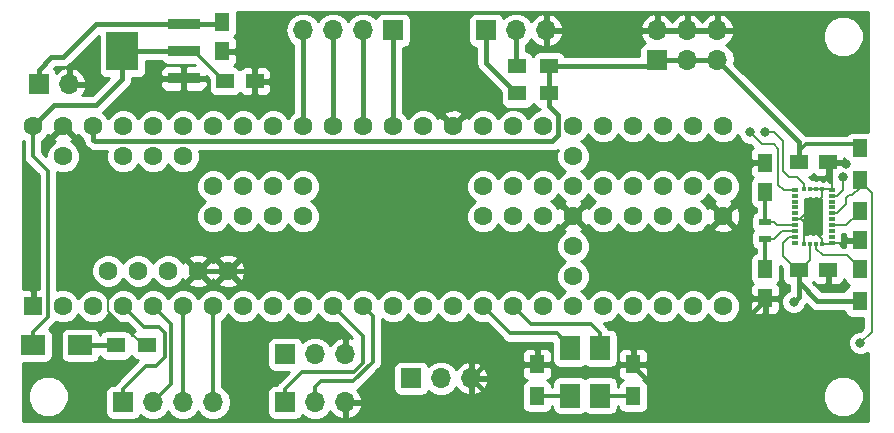
<source format=gbr>
G04 #@! TF.GenerationSoftware,KiCad,Pcbnew,(5.0.2)-1*
G04 #@! TF.CreationDate,2019-02-13T01:18:52+00:00*
G04 #@! TF.ProjectId,TeensyBikeShield,5465656e-7379-4426-996b-65536869656c,rev?*
G04 #@! TF.SameCoordinates,Original*
G04 #@! TF.FileFunction,Copper,L1,Top*
G04 #@! TF.FilePolarity,Positive*
%FSLAX46Y46*%
G04 Gerber Fmt 4.6, Leading zero omitted, Abs format (unit mm)*
G04 Created by KiCad (PCBNEW (5.0.2)-1) date 13/02/2019 01:18:52*
%MOMM*%
%LPD*%
G01*
G04 APERTURE LIST*
G04 #@! TA.AperFunction,ComponentPad*
%ADD10R,1.700000X1.700000*%
G04 #@! TD*
G04 #@! TA.AperFunction,ComponentPad*
%ADD11O,1.700000X1.700000*%
G04 #@! TD*
G04 #@! TA.AperFunction,SMDPad,CuDef*
%ADD12R,1.500000X1.250000*%
G04 #@! TD*
G04 #@! TA.AperFunction,SMDPad,CuDef*
%ADD13R,1.250000X1.500000*%
G04 #@! TD*
G04 #@! TA.AperFunction,SMDPad,CuDef*
%ADD14R,1.700000X2.000000*%
G04 #@! TD*
G04 #@! TA.AperFunction,SMDPad,CuDef*
%ADD15R,2.750000X0.950000*%
G04 #@! TD*
G04 #@! TA.AperFunction,SMDPad,CuDef*
%ADD16R,2.750000X3.250000*%
G04 #@! TD*
G04 #@! TA.AperFunction,SMDPad,CuDef*
%ADD17R,0.525000X0.300000*%
G04 #@! TD*
G04 #@! TA.AperFunction,SMDPad,CuDef*
%ADD18R,0.300000X0.425000*%
G04 #@! TD*
G04 #@! TA.AperFunction,SMDPad,CuDef*
%ADD19R,1.100000X0.600000*%
G04 #@! TD*
G04 #@! TA.AperFunction,SMDPad,CuDef*
%ADD20R,2.000000X1.700000*%
G04 #@! TD*
G04 #@! TA.AperFunction,SMDPad,CuDef*
%ADD21R,1.300000X1.500000*%
G04 #@! TD*
G04 #@! TA.AperFunction,SMDPad,CuDef*
%ADD22R,1.500000X1.300000*%
G04 #@! TD*
G04 #@! TA.AperFunction,ComponentPad*
%ADD23C,1.600000*%
G04 #@! TD*
G04 #@! TA.AperFunction,ComponentPad*
%ADD24R,1.600000X1.600000*%
G04 #@! TD*
G04 #@! TA.AperFunction,ViaPad*
%ADD25C,0.800000*%
G04 #@! TD*
G04 #@! TA.AperFunction,Conductor*
%ADD26C,0.400000*%
G04 #@! TD*
G04 #@! TA.AperFunction,Conductor*
%ADD27C,0.200000*%
G04 #@! TD*
G04 #@! TA.AperFunction,Conductor*
%ADD28C,0.300000*%
G04 #@! TD*
G04 #@! TA.AperFunction,Conductor*
%ADD29C,0.254000*%
G04 #@! TD*
G04 APERTURE END LIST*
D10*
G04 #@! TO.P,ANALOG,1*
G04 #@! TO.N,/A0*
X59690000Y-22352000D03*
D11*
G04 #@! TO.P,ANALOG,2*
G04 #@! TO.N,/A1*
X57150000Y-22352000D03*
G04 #@! TO.P,ANALOG,3*
G04 #@! TO.N,/A2*
X54610000Y-22352000D03*
G04 #@! TO.P,ANALOG,4*
G04 #@! TO.N,/A3*
X52070000Y-22352000D03*
G04 #@! TD*
D12*
G04 #@! TO.P,C1,1*
G04 #@! TO.N,+3V3*
X94020000Y-42672000D03*
G04 #@! TO.P,C1,2*
G04 #@! TO.N,GND*
X96520000Y-42672000D03*
G04 #@! TD*
G04 #@! TO.P,C2,2*
G04 #@! TO.N,GND*
X96520000Y-33528000D03*
G04 #@! TO.P,C2,1*
G04 #@! TO.N,+3V3*
X94020000Y-33528000D03*
G04 #@! TD*
G04 #@! TO.P,C3,2*
G04 #@! TO.N,GND*
X47966000Y-26670000D03*
G04 #@! TO.P,C3,1*
G04 #@! TO.N,+5V*
X45466000Y-26670000D03*
G04 #@! TD*
D13*
G04 #@! TO.P,C4,2*
G04 #@! TO.N,GND*
X99187000Y-40112000D03*
G04 #@! TO.P,C4,1*
G04 #@! TO.N,Net-(C4-Pad1)*
X99187000Y-37612000D03*
G04 #@! TD*
G04 #@! TO.P,C5,2*
G04 #@! TO.N,GND*
X91186000Y-45045000D03*
G04 #@! TO.P,C5,1*
G04 #@! TO.N,/XIN32*
X91186000Y-42545000D03*
G04 #@! TD*
G04 #@! TO.P,C6,1*
G04 #@! TO.N,VCC*
X45212000Y-21630000D03*
G04 #@! TO.P,C6,2*
G04 #@! TO.N,GND*
X45212000Y-24130000D03*
G04 #@! TD*
G04 #@! TO.P,C7,1*
G04 #@! TO.N,/XOUT32*
X91186000Y-36048000D03*
G04 #@! TO.P,C7,2*
G04 #@! TO.N,GND*
X91186000Y-33548000D03*
G04 #@! TD*
D14*
G04 #@! TO.P,D1,1*
G04 #@! TO.N,Net-(D1-Pad1)*
X74676000Y-53276000D03*
G04 #@! TO.P,D1,2*
G04 #@! TO.N,Net-(D1-Pad2)*
X74676000Y-49276000D03*
G04 #@! TD*
G04 #@! TO.P,D2,2*
G04 #@! TO.N,Net-(D2-Pad2)*
X77216000Y-49276000D03*
G04 #@! TO.P,D2,1*
G04 #@! TO.N,Net-(D2-Pad1)*
X77216000Y-53276000D03*
G04 #@! TD*
D11*
G04 #@! TO.P,DIGITAL,4*
G04 #@! TO.N,/D4*
X44450000Y-53848000D03*
G04 #@! TO.P,DIGITAL,3*
G04 #@! TO.N,/D3*
X41910000Y-53848000D03*
G04 #@! TO.P,DIGITAL,2*
G04 #@! TO.N,/D2*
X39370000Y-53848000D03*
D10*
G04 #@! TO.P,DIGITAL,1*
G04 #@! TO.N,/D1*
X36830000Y-53848000D03*
G04 #@! TD*
D11*
G04 #@! TO.P,I2C,3*
G04 #@! TO.N,GND*
X72644000Y-22352000D03*
G04 #@! TO.P,I2C,2*
G04 #@! TO.N,/I2C_SCL*
X70104000Y-22352000D03*
D10*
G04 #@! TO.P,I2C,1*
G04 #@! TO.N,/I2C_SDA*
X67564000Y-22352000D03*
G04 #@! TD*
D15*
G04 #@! TO.P,REG,1*
G04 #@! TO.N,GND*
X41970000Y-26430000D03*
G04 #@! TO.P,REG,2*
G04 #@! TO.N,+5V*
X41970000Y-24130000D03*
G04 #@! TO.P,REG,3*
G04 #@! TO.N,VCC*
X41970000Y-21830000D03*
D16*
G04 #@! TO.P,REG,4*
G04 #@! TO.N,+5V*
X36770000Y-24130000D03*
G04 #@! TD*
D17*
G04 #@! TO.P,IMU,1*
G04 #@! TO.N,N/C*
X93687500Y-40350000D03*
D18*
G04 #@! TO.P,IMU,2*
G04 #@! TO.N,GND*
X94500000Y-40412500D03*
G04 #@! TO.P,IMU,3*
G04 #@! TO.N,+3V3*
X95000000Y-40412500D03*
G04 #@! TO.P,IMU,4*
G04 #@! TO.N,Net-(IMU1-Pad4)*
X95500000Y-40412500D03*
G04 #@! TO.P,IMU,5*
G04 #@! TO.N,GND*
X96000000Y-40412500D03*
D17*
G04 #@! TO.P,IMU,6*
X96812500Y-40350000D03*
G04 #@! TO.P,IMU,7*
G04 #@! TO.N,N/C*
X96812500Y-39850000D03*
G04 #@! TO.P,IMU,8*
X96812500Y-39350000D03*
G04 #@! TO.P,IMU,9*
G04 #@! TO.N,Net-(C4-Pad1)*
X96812500Y-38850000D03*
G04 #@! TO.P,IMU,10*
G04 #@! TO.N,N/C*
X96812500Y-38350000D03*
G04 #@! TO.P,IMU,11*
G04 #@! TO.N,/IMU_RESET*
X96812500Y-37850000D03*
G04 #@! TO.P,IMU,12*
G04 #@! TO.N,N/C*
X96812500Y-37350000D03*
G04 #@! TO.P,IMU,13*
X96812500Y-36850000D03*
G04 #@! TO.P,IMU,14*
G04 #@! TO.N,/IMU_INT*
X96812500Y-36350000D03*
G04 #@! TO.P,IMU,15*
G04 #@! TO.N,GND*
X96812500Y-35850000D03*
D18*
G04 #@! TO.P,IMU,16*
X96000000Y-35787500D03*
G04 #@! TO.P,IMU,17*
X95500000Y-35787500D03*
G04 #@! TO.P,IMU,18*
X95000000Y-35787500D03*
G04 #@! TO.P,IMU,19*
G04 #@! TO.N,/I2C_SCL*
X94500000Y-35787500D03*
D17*
G04 #@! TO.P,IMU,20*
G04 #@! TO.N,/I2C_SDA*
X93687500Y-35850000D03*
G04 #@! TO.P,IMU,21*
G04 #@! TO.N,N/C*
X93687500Y-36350000D03*
G04 #@! TO.P,IMU,22*
X93687500Y-36850000D03*
G04 #@! TO.P,IMU,23*
X93687500Y-37350000D03*
G04 #@! TO.P,IMU,24*
X93687500Y-37850000D03*
G04 #@! TO.P,IMU,25*
G04 #@! TO.N,GND*
X93687500Y-38350000D03*
G04 #@! TO.P,IMU,26*
G04 #@! TO.N,/XOUT32*
X93687500Y-38850000D03*
G04 #@! TO.P,IMU,27*
G04 #@! TO.N,/XIN32*
X93687500Y-39350000D03*
G04 #@! TO.P,IMU,28*
G04 #@! TO.N,+3V3*
X93687500Y-39850000D03*
G04 #@! TD*
D19*
G04 #@! TO.P,OSC,2*
G04 #@! TO.N,/XOUT32*
X91186000Y-38608000D03*
G04 #@! TO.P,OSC,1*
G04 #@! TO.N,/XIN32*
X91186000Y-40008000D03*
G04 #@! TD*
D11*
G04 #@! TO.P,Vin,2*
G04 #@! TO.N,GND*
X32258000Y-26924000D03*
D10*
G04 #@! TO.P,Vin,1*
G04 #@! TO.N,VCC*
X29718000Y-26924000D03*
G04 #@! TD*
D20*
G04 #@! TO.P,PWR,2*
G04 #@! TO.N,+5V*
X29210000Y-49022000D03*
G04 #@! TO.P,PWR,1*
G04 #@! TO.N,Net-(PWR1-Pad1)*
X33210000Y-49022000D03*
G04 #@! TD*
D21*
G04 #@! TO.P,R1,2*
G04 #@! TO.N,+3V3*
X99187000Y-45292000D03*
G04 #@! TO.P,R1,1*
G04 #@! TO.N,Net-(IMU1-Pad4)*
X99187000Y-42592000D03*
G04 #@! TD*
G04 #@! TO.P,R2,1*
G04 #@! TO.N,/IMU_RESET*
X99187000Y-35052000D03*
G04 #@! TO.P,R2,2*
G04 #@! TO.N,+3V3*
X99187000Y-32352000D03*
G04 #@! TD*
D22*
G04 #@! TO.P,R3,2*
G04 #@! TO.N,Net-(PWR1-Pad1)*
X36195000Y-49022000D03*
G04 #@! TO.P,R3,1*
G04 #@! TO.N,GND*
X38895000Y-49022000D03*
G04 #@! TD*
G04 #@! TO.P,R4,1*
G04 #@! TO.N,/I2C_SDA*
X70200520Y-27686000D03*
G04 #@! TO.P,R4,2*
G04 #@! TO.N,+3V3*
X72900520Y-27686000D03*
G04 #@! TD*
D21*
G04 #@! TO.P,R5,1*
G04 #@! TO.N,GND*
X71882000Y-50640000D03*
G04 #@! TO.P,R5,2*
G04 #@! TO.N,Net-(D1-Pad1)*
X71882000Y-53340000D03*
G04 #@! TD*
G04 #@! TO.P,R6,2*
G04 #@! TO.N,Net-(D2-Pad1)*
X80010000Y-53340000D03*
G04 #@! TO.P,R6,1*
G04 #@! TO.N,GND*
X80010000Y-50640000D03*
G04 #@! TD*
D22*
G04 #@! TO.P,R7,2*
G04 #@! TO.N,+3V3*
X72898000Y-25400000D03*
G04 #@! TO.P,R7,1*
G04 #@! TO.N,/I2C_SCL*
X70198000Y-25400000D03*
G04 #@! TD*
D23*
G04 #@! TO.P,,17*
G04 #@! TO.N,Net-(D2-Pad2)*
X69850000Y-45720000D03*
G04 #@! TO.P,,18*
G04 #@! TO.N,/IMU_RESET*
X72390000Y-45720000D03*
G04 #@! TO.P,,19*
G04 #@! TO.N,/IMU_INT*
X74930000Y-45720000D03*
G04 #@! TO.P,,20*
G04 #@! TO.N,N/C*
X77470000Y-45720000D03*
G04 #@! TO.P,,16*
G04 #@! TO.N,Net-(D1-Pad2)*
X67310000Y-45720000D03*
G04 #@! TO.P,,15*
G04 #@! TO.N,N/C*
X64770000Y-45720000D03*
G04 #@! TO.P,,14*
X62230000Y-45720000D03*
G04 #@! TO.P,,21*
X80010000Y-45720000D03*
G04 #@! TO.P,,22*
X82550000Y-45720000D03*
G04 #@! TO.P,,23*
X85090000Y-45720000D03*
G04 #@! TO.P,,24*
X87630000Y-45720000D03*
G04 #@! TO.P,,25*
X74930000Y-43180000D03*
G04 #@! TO.P,,26*
X74930000Y-40640000D03*
G04 #@! TO.P,,27*
G04 #@! TO.N,GND*
X74930000Y-38100000D03*
G04 #@! TO.P,,28*
G04 #@! TO.N,N/C*
X74930000Y-35560000D03*
G04 #@! TO.P,,29*
X74930000Y-33020000D03*
G04 #@! TO.P,,30*
X87630000Y-30480000D03*
G04 #@! TO.P,,31*
X85090000Y-30480000D03*
G04 #@! TO.P,,32*
X82550000Y-30480000D03*
G04 #@! TO.P,,33*
X80010000Y-30480000D03*
G04 #@! TO.P,,34*
X77470000Y-30480000D03*
G04 #@! TO.P,,35*
X74930000Y-30480000D03*
G04 #@! TO.P,,36*
X72390000Y-30480000D03*
G04 #@! TO.P,,37*
X69850000Y-30480000D03*
G04 #@! TO.P,,13*
X59690000Y-45720000D03*
G04 #@! TO.P,,12*
G04 #@! TO.N,/UART2_TX*
X57150000Y-45720000D03*
G04 #@! TO.P,,11*
G04 #@! TO.N,/UART2_RX*
X54610000Y-45720000D03*
G04 #@! TO.P,,10*
G04 #@! TO.N,/UART3_TX*
X52070000Y-45720000D03*
G04 #@! TO.P,,9*
G04 #@! TO.N,/UART3_RX*
X49530000Y-45720000D03*
G04 #@! TO.P,,8*
G04 #@! TO.N,N/C*
X46990000Y-45720000D03*
G04 #@! TO.P,,7*
G04 #@! TO.N,/D4*
X44450000Y-45720000D03*
G04 #@! TO.P,,6*
G04 #@! TO.N,/D3*
X41910000Y-45720000D03*
G04 #@! TO.P,,5*
G04 #@! TO.N,/D2*
X39370000Y-45720000D03*
G04 #@! TO.P,,4*
G04 #@! TO.N,/D1*
X36830000Y-45720000D03*
G04 #@! TO.P,,3*
G04 #@! TO.N,/UART1_TX*
X34290000Y-45720000D03*
G04 #@! TO.P,,2*
G04 #@! TO.N,/UART1_RX*
X31750000Y-45720000D03*
D24*
G04 #@! TO.P,,1*
G04 #@! TO.N,GND*
X29210000Y-45720000D03*
D23*
G04 #@! TO.P,,38*
G04 #@! TO.N,N/C*
X67310000Y-30480000D03*
G04 #@! TO.P,,39*
G04 #@! TO.N,GND*
X64770000Y-30480000D03*
G04 #@! TO.P,,40*
G04 #@! TO.N,N/C*
X62230000Y-30480000D03*
G04 #@! TO.P,,41*
G04 #@! TO.N,/A0*
X59690000Y-30480000D03*
G04 #@! TO.P,,42*
G04 #@! TO.N,/A1*
X57150000Y-30480000D03*
G04 #@! TO.P,,43*
G04 #@! TO.N,/A2*
X54610000Y-30480000D03*
G04 #@! TO.P,,44*
G04 #@! TO.N,/A3*
X52070000Y-30480000D03*
G04 #@! TO.P,,45*
G04 #@! TO.N,/I2C_SDA*
X49530000Y-30480000D03*
G04 #@! TO.P,,46*
G04 #@! TO.N,/I2C_SCL*
X46990000Y-30480000D03*
G04 #@! TO.P,,47*
G04 #@! TO.N,N/C*
X44450000Y-30480000D03*
G04 #@! TO.P,,48*
X41910000Y-30480000D03*
G04 #@! TO.P,,49*
X39370000Y-30480000D03*
G04 #@! TO.P,,50*
X36830000Y-30480000D03*
G04 #@! TO.P,,51*
G04 #@! TO.N,+3V3*
X34290000Y-30480000D03*
G04 #@! TO.P,,52*
G04 #@! TO.N,GND*
X31750000Y-30480000D03*
G04 #@! TO.P,,53*
G04 #@! TO.N,+5V*
X29210000Y-30480000D03*
G04 #@! TO.P,,54*
G04 #@! TO.N,N/C*
X31750000Y-33020000D03*
G04 #@! TO.P,,55*
X36830000Y-33020000D03*
G04 #@! TO.P,,56*
X39370000Y-33020000D03*
G04 #@! TO.P,,57*
X41910000Y-33020000D03*
G04 #@! TO.P,,63*
X44450000Y-38100000D03*
G04 #@! TO.P,,64*
X46990000Y-38100000D03*
G04 #@! TO.P,,65*
X49530000Y-38100000D03*
G04 #@! TO.P,,66*
X52070000Y-38100000D03*
G04 #@! TO.P,,67*
X67310000Y-38100000D03*
G04 #@! TO.P,,68*
X69850000Y-38100000D03*
G04 #@! TO.P,,69*
X72390000Y-38100000D03*
G04 #@! TO.P,,70*
X77470000Y-38100000D03*
G04 #@! TO.P,,71*
X80010000Y-38100000D03*
G04 #@! TO.P,,72*
X82550000Y-38100000D03*
G04 #@! TO.P,,73*
X85090000Y-38100000D03*
G04 #@! TO.P,,74*
G04 #@! TO.N,GND*
X87630000Y-38100000D03*
G04 #@! TO.P,,75*
G04 #@! TO.N,N/C*
X87630000Y-35560000D03*
G04 #@! TO.P,,76*
X85090000Y-35560000D03*
G04 #@! TO.P,,77*
X82550000Y-35560000D03*
G04 #@! TO.P,,78*
X80010000Y-35560000D03*
G04 #@! TO.P,,79*
X77470000Y-35560000D03*
G04 #@! TO.P,,80*
X72390000Y-35560000D03*
G04 #@! TO.P,,81*
X69850000Y-35560000D03*
G04 #@! TO.P,,82*
X67310000Y-35560000D03*
G04 #@! TO.P,,83*
X52070000Y-35560000D03*
G04 #@! TO.P,,84*
X49530000Y-35560000D03*
G04 #@! TO.P,,85*
X46990000Y-35560000D03*
G04 #@! TO.P,,86*
X44450000Y-35560000D03*
G04 #@! TO.P,,58*
X35560000Y-42720000D03*
G04 #@! TO.P,,59*
X38100000Y-42720000D03*
G04 #@! TO.P,,60*
X40640000Y-42720000D03*
G04 #@! TO.P,,61*
G04 #@! TO.N,GND*
X43180000Y-42720000D03*
G04 #@! TO.P,,62*
X45720000Y-42720000D03*
G04 #@! TD*
D10*
G04 #@! TO.P,UART1,1*
G04 #@! TO.N,/UART1_RX*
X50546000Y-49784000D03*
D11*
G04 #@! TO.P,UART1,2*
G04 #@! TO.N,/UART1_TX*
X53086000Y-49784000D03*
G04 #@! TO.P,UART1,3*
G04 #@! TO.N,GND*
X55626000Y-49784000D03*
G04 #@! TD*
G04 #@! TO.P,UART2,3*
G04 #@! TO.N,GND*
X55626000Y-53848000D03*
G04 #@! TO.P,UART2,2*
G04 #@! TO.N,/UART2_TX*
X53086000Y-53848000D03*
D10*
G04 #@! TO.P,UART2,1*
G04 #@! TO.N,/UART2_RX*
X50546000Y-53848000D03*
G04 #@! TD*
G04 #@! TO.P,UART3,1*
G04 #@! TO.N,/UART3_RX*
X61214000Y-51816000D03*
D11*
G04 #@! TO.P,UART3,2*
G04 #@! TO.N,/UART3_TX*
X63754000Y-51816000D03*
G04 #@! TO.P,UART3,3*
G04 #@! TO.N,GND*
X66294000Y-51816000D03*
G04 #@! TD*
D10*
G04 #@! TO.P,,1*
G04 #@! TO.N,+3V3*
X82042000Y-24892000D03*
D11*
G04 #@! TO.P,,2*
G04 #@! TO.N,GND*
X82042000Y-22352000D03*
G04 #@! TO.P,,3*
G04 #@! TO.N,+3V3*
X84582000Y-24892000D03*
G04 #@! TO.P,,4*
G04 #@! TO.N,GND*
X84582000Y-22352000D03*
G04 #@! TO.P,,5*
G04 #@! TO.N,+3V3*
X87122000Y-24892000D03*
G04 #@! TO.P,,6*
G04 #@! TO.N,GND*
X87122000Y-22352000D03*
G04 #@! TD*
D25*
G04 #@! TO.N,+3V3*
X93599000Y-45339000D03*
G04 #@! TO.N,/IMU_INT*
X97790000Y-34798000D03*
G04 #@! TO.N,/I2C_SDA*
X89916000Y-30988000D03*
G04 #@! TO.N,/I2C_SCL*
X91186000Y-30988000D03*
G04 #@! TO.N,/IMU_RESET*
X99237800Y-48818800D03*
G04 #@! TO.N,GND*
X95605600Y-38176200D03*
X96774000Y-44196000D03*
X98044000Y-33655000D03*
G04 #@! TD*
D26*
G04 #@! TO.N,GND*
X82042000Y-22352000D02*
X84582000Y-22352000D01*
X84582000Y-22352000D02*
X87122000Y-22352000D01*
X73846081Y-22352000D02*
X82042000Y-22352000D01*
X72644000Y-22352000D02*
X73846081Y-22352000D01*
X90150000Y-33548000D02*
X91186000Y-33548000D01*
X89408000Y-34290000D02*
X90150000Y-33548000D01*
X87630000Y-38100000D02*
X89408000Y-36322000D01*
X89408000Y-36322000D02*
X89408000Y-34290000D01*
X74930000Y-38100000D02*
X77216000Y-40386000D01*
X85344000Y-40386000D02*
X87630000Y-38100000D01*
X77216000Y-40386000D02*
X85344000Y-40386000D01*
X85502000Y-40386000D02*
X85344000Y-40386000D01*
X90161000Y-45045000D02*
X85502000Y-40386000D01*
X91186000Y-45045000D02*
X90161000Y-45045000D01*
X91186000Y-45170000D02*
X91186000Y-45045000D01*
X85716000Y-50640000D02*
X91186000Y-45170000D01*
X80010000Y-50640000D02*
X85716000Y-50640000D01*
X67470000Y-50640000D02*
X66294000Y-51816000D01*
X71882000Y-50640000D02*
X67470000Y-50640000D01*
X80010000Y-50740000D02*
X80010000Y-50640000D01*
X81788000Y-52518000D02*
X80010000Y-50740000D01*
X81788000Y-54610000D02*
X81788000Y-52518000D01*
X81026000Y-55372000D02*
X81788000Y-54610000D01*
X69850000Y-55372000D02*
X81026000Y-55372000D01*
X66294000Y-51816000D02*
X69850000Y-55372000D01*
X43180000Y-42720000D02*
X45720000Y-42720000D01*
D27*
X95000000Y-35787500D02*
X95500000Y-35787500D01*
X95500000Y-35787500D02*
X96000000Y-35787500D01*
X96750000Y-35787500D02*
X96812500Y-35850000D01*
X96000000Y-35787500D02*
X96750000Y-35787500D01*
X96812500Y-33820500D02*
X96520000Y-33528000D01*
X96812500Y-35850000D02*
X96812500Y-33820500D01*
X96000000Y-36200000D02*
X96000000Y-35787500D01*
X96000000Y-36500000D02*
X96000000Y-36200000D01*
X94150000Y-38350000D02*
X96000000Y-36500000D01*
X93687500Y-38350000D02*
X94150000Y-38350000D01*
X94500000Y-40412500D02*
X94500000Y-38620000D01*
X94500000Y-38620000D02*
X94234000Y-38354000D01*
X96750000Y-40412500D02*
X96812500Y-40350000D01*
X96000000Y-40412500D02*
X96750000Y-40412500D01*
X98949000Y-40350000D02*
X99187000Y-40112000D01*
X96812500Y-40350000D02*
X98949000Y-40350000D01*
X96812500Y-42379500D02*
X96520000Y-42672000D01*
X96000000Y-40000000D02*
X96000000Y-40412500D01*
X94620000Y-38620000D02*
X96000000Y-40000000D01*
X94500000Y-38620000D02*
X94620000Y-38620000D01*
D26*
X96520000Y-43942000D02*
X96774000Y-44196000D01*
X96520000Y-42672000D02*
X96520000Y-43942000D01*
D27*
X94663801Y-38576199D02*
X94620000Y-38620000D01*
X95205601Y-38576199D02*
X94663801Y-38576199D01*
X95605600Y-38176200D02*
X95205601Y-38576199D01*
X41704000Y-44196000D02*
X43180000Y-42720000D01*
X36449000Y-44196000D02*
X41704000Y-44196000D01*
X35560000Y-45085000D02*
X36449000Y-44196000D01*
X35560000Y-46078002D02*
X35560000Y-45085000D01*
X38895000Y-49022000D02*
X38503998Y-49022000D01*
X38503998Y-49022000D02*
X35560000Y-46078002D01*
D26*
X70310000Y-42720000D02*
X45720000Y-42720000D01*
X74930000Y-38100000D02*
X70310000Y-42720000D01*
G04 #@! TO.N,+3V3*
X72898000Y-27683480D02*
X72900520Y-27686000D01*
X72898000Y-25400000D02*
X72898000Y-27683480D01*
D28*
X98839000Y-32004000D02*
X99187000Y-32352000D01*
X94619000Y-32004000D02*
X98839000Y-32004000D01*
X94020000Y-33528000D02*
X94020000Y-32603000D01*
X94020000Y-32603000D02*
X94619000Y-32004000D01*
D26*
X81534000Y-25400000D02*
X82042000Y-24892000D01*
X72898000Y-25400000D02*
X81534000Y-25400000D01*
X82042000Y-24892000D02*
X84582000Y-24892000D01*
X84582000Y-24892000D02*
X87122000Y-24892000D01*
X94020000Y-31790000D02*
X94020000Y-33528000D01*
X87122000Y-24892000D02*
X94020000Y-31790000D01*
D27*
X93895000Y-42672000D02*
X94020000Y-42672000D01*
X92710000Y-41487000D02*
X93895000Y-42672000D01*
X92710000Y-40365000D02*
X92710000Y-41487000D01*
X93225000Y-39850000D02*
X92710000Y-40365000D01*
X93687500Y-39850000D02*
X93225000Y-39850000D01*
X94145000Y-42672000D02*
X94020000Y-42672000D01*
X95000000Y-41817000D02*
X94145000Y-42672000D01*
X95000000Y-40412500D02*
X95000000Y-41817000D01*
D26*
X94020000Y-44918000D02*
X93599000Y-45339000D01*
X94020000Y-42672000D02*
X94020000Y-44918000D01*
X98137000Y-45292000D02*
X99187000Y-45292000D01*
X95615000Y-45292000D02*
X98137000Y-45292000D01*
X94020000Y-43697000D02*
X95615000Y-45292000D01*
X94020000Y-42672000D02*
X94020000Y-43697000D01*
X34290000Y-30480000D02*
X34290000Y-31611370D01*
X72900520Y-28736000D02*
X72900520Y-27686000D01*
X34290000Y-31611370D02*
X34428630Y-31750000D01*
X34428630Y-31750000D02*
X73152000Y-31750000D01*
X73152000Y-31750000D02*
X73660000Y-31242000D01*
X73660000Y-31242000D02*
X73660000Y-29495480D01*
X73660000Y-29495480D02*
X72900520Y-28736000D01*
G04 #@! TO.N,/A0*
X59690000Y-29348630D02*
X59690000Y-22352000D01*
X59690000Y-30480000D02*
X59690000Y-29348630D01*
G04 #@! TO.N,/A1*
X57150000Y-29348630D02*
X57150000Y-22352000D01*
X57150000Y-30480000D02*
X57150000Y-29348630D01*
G04 #@! TO.N,/A2*
X54610000Y-30480000D02*
X54610000Y-22352000D01*
G04 #@! TO.N,/A3*
X52070000Y-29348630D02*
X52070000Y-22352000D01*
X52070000Y-30480000D02*
X52070000Y-29348630D01*
G04 #@! TO.N,+5V*
X36770000Y-24130000D02*
X41970000Y-24130000D01*
X29210000Y-30480000D02*
X30988000Y-28702000D01*
X30988000Y-28702000D02*
X34544000Y-28702000D01*
X36770000Y-26476000D02*
X36770000Y-24130000D01*
X34544000Y-28702000D02*
X36770000Y-26476000D01*
D28*
X45410000Y-26670000D02*
X45466000Y-26670000D01*
X42870000Y-24130000D02*
X45410000Y-26670000D01*
X41970000Y-24130000D02*
X42870000Y-24130000D01*
X29210000Y-33020000D02*
X29210000Y-30480000D01*
X30480000Y-34290000D02*
X29210000Y-33020000D01*
X30480000Y-46602000D02*
X30480000Y-34290000D01*
X29210000Y-49022000D02*
X29210000Y-47872000D01*
X29210000Y-47872000D02*
X30480000Y-46602000D01*
D27*
G04 #@! TO.N,Net-(C4-Pad1)*
X99187000Y-37737000D02*
X99187000Y-37612000D01*
X98074000Y-38850000D02*
X99187000Y-37737000D01*
X96812500Y-38850000D02*
X98074000Y-38850000D01*
D28*
G04 #@! TO.N,/XIN32*
X91186000Y-42545000D02*
X91186000Y-40008000D01*
D27*
X93225000Y-39350000D02*
X93687500Y-39350000D01*
X92594000Y-39350000D02*
X93225000Y-39350000D01*
X91936000Y-40008000D02*
X92594000Y-39350000D01*
X91186000Y-40008000D02*
X91936000Y-40008000D01*
D26*
G04 #@! TO.N,VCC*
X45012000Y-21830000D02*
X45212000Y-21630000D01*
X41970000Y-21830000D02*
X45012000Y-21830000D01*
X29718000Y-25674000D02*
X30754000Y-24638000D01*
X29718000Y-26924000D02*
X29718000Y-25674000D01*
X30754000Y-24638000D02*
X31750000Y-24638000D01*
X34558000Y-21830000D02*
X41970000Y-21830000D01*
X31750000Y-24638000D02*
X34558000Y-21830000D01*
D28*
G04 #@! TO.N,/XOUT32*
X91186000Y-36048000D02*
X91186000Y-38608000D01*
D27*
X93225000Y-38850000D02*
X93687500Y-38850000D01*
X92178000Y-38850000D02*
X93225000Y-38850000D01*
X91936000Y-38608000D02*
X92178000Y-38850000D01*
X91186000Y-38608000D02*
X91936000Y-38608000D01*
D28*
G04 #@! TO.N,Net-(D1-Pad1)*
X74612000Y-53340000D02*
X74676000Y-53276000D01*
X71882000Y-53340000D02*
X74612000Y-53340000D01*
G04 #@! TO.N,Net-(D1-Pad2)*
X74676000Y-49126000D02*
X73556000Y-48006000D01*
X74676000Y-49276000D02*
X74676000Y-49126000D01*
X69596000Y-48006000D02*
X67310000Y-45720000D01*
X73556000Y-48006000D02*
X69596000Y-48006000D01*
G04 #@! TO.N,Net-(D2-Pad2)*
X77216000Y-47976000D02*
X76484000Y-47244000D01*
X77216000Y-49276000D02*
X77216000Y-47976000D01*
X71374000Y-47244000D02*
X69850000Y-45720000D01*
X76484000Y-47244000D02*
X71374000Y-47244000D01*
G04 #@! TO.N,Net-(D2-Pad1)*
X77280000Y-53340000D02*
X77216000Y-53276000D01*
X80010000Y-53340000D02*
X77280000Y-53340000D01*
G04 #@! TO.N,/D4*
X44450000Y-53848000D02*
X44450000Y-45720000D01*
G04 #@! TO.N,/D3*
X41910000Y-52645919D02*
X41910000Y-45720000D01*
X41910000Y-53848000D02*
X41910000Y-52645919D01*
G04 #@! TO.N,/D2*
X39370000Y-53848000D02*
X40894000Y-52324000D01*
X40894000Y-47244000D02*
X39370000Y-45720000D01*
X40894000Y-52324000D02*
X40894000Y-47244000D01*
G04 #@! TO.N,/D1*
X36830000Y-52698000D02*
X38728000Y-50800000D01*
X36830000Y-53848000D02*
X36830000Y-52698000D01*
X38728000Y-50800000D02*
X39624000Y-50800000D01*
X39624000Y-50800000D02*
X40386000Y-50038000D01*
X40386000Y-50038000D02*
X40386000Y-48006000D01*
X40386000Y-48006000D02*
X39878000Y-47498000D01*
X38608000Y-47498000D02*
X36830000Y-45720000D01*
X39878000Y-47498000D02*
X38608000Y-47498000D01*
D26*
G04 #@! TO.N,/I2C_SCL*
X70104000Y-25306000D02*
X70198000Y-25400000D01*
X70104000Y-22352000D02*
X70104000Y-25306000D01*
D27*
X94500000Y-35375000D02*
X93923000Y-34798000D01*
X94500000Y-35787500D02*
X94500000Y-35375000D01*
X93923000Y-34798000D02*
X93218000Y-34798000D01*
X93218000Y-34798000D02*
X92710000Y-34290000D01*
X92710000Y-34290000D02*
X92710000Y-31750000D01*
X91948000Y-30988000D02*
X91186000Y-30988000D01*
X92710000Y-31750000D02*
X91948000Y-30988000D01*
D26*
G04 #@! TO.N,/I2C_SDA*
X70100520Y-27686000D02*
X70200520Y-27686000D01*
X67564000Y-25149480D02*
X70100520Y-27686000D01*
X67564000Y-22352000D02*
X67564000Y-25149480D01*
D27*
X90932000Y-32004000D02*
X89916000Y-30988000D01*
X91948000Y-32004000D02*
X90932000Y-32004000D01*
X92303600Y-32359600D02*
X91948000Y-32004000D01*
X92303600Y-35407600D02*
X92303600Y-32359600D01*
X93687500Y-35850000D02*
X92746000Y-35850000D01*
X92746000Y-35850000D02*
X92303600Y-35407600D01*
G04 #@! TO.N,Net-(IMU1-Pad4)*
X99187000Y-42592000D02*
X99187000Y-42692000D01*
X99187000Y-42492000D02*
X99187000Y-42592000D01*
X98097000Y-41402000D02*
X99187000Y-42492000D01*
X96077000Y-41402000D02*
X98097000Y-41402000D01*
X95500000Y-40825000D02*
X96077000Y-41402000D01*
X95500000Y-40412500D02*
X95500000Y-40825000D01*
G04 #@! TO.N,/IMU_RESET*
X98552000Y-36322000D02*
X99187000Y-35687000D01*
X97275000Y-37850000D02*
X97790000Y-37335000D01*
X98298000Y-36322000D02*
X98552000Y-36322000D01*
X96812500Y-37850000D02*
X97275000Y-37850000D01*
X97790000Y-37335000D02*
X97793000Y-37335000D01*
X97793000Y-37335000D02*
X98044000Y-37084000D01*
X99187000Y-35687000D02*
X99187000Y-35052000D01*
X98044000Y-37084000D02*
X98044000Y-36576000D01*
X98044000Y-36576000D02*
X98298000Y-36322000D01*
X100203000Y-47853600D02*
X99237800Y-48818800D01*
X100203000Y-36168000D02*
X100203000Y-47853600D01*
X99187000Y-35052000D02*
X99187000Y-35152000D01*
X99187000Y-35152000D02*
X100203000Y-36168000D01*
G04 #@! TO.N,/IMU_INT*
X97790000Y-35363685D02*
X97790000Y-34798000D01*
X97790000Y-35835000D02*
X97790000Y-35363685D01*
X97275000Y-36350000D02*
X97790000Y-35835000D01*
X96812500Y-36350000D02*
X97275000Y-36350000D01*
D26*
G04 #@! TO.N,Net-(PWR1-Pad1)*
X33210000Y-49022000D02*
X36195000Y-49022000D01*
D28*
G04 #@! TO.N,/UART2_TX*
X53086000Y-52578000D02*
X53086000Y-53848000D01*
X53594000Y-52070000D02*
X53086000Y-52578000D01*
X56333120Y-52070000D02*
X53594000Y-52070000D01*
X57949999Y-50453121D02*
X56333120Y-52070000D01*
X57150000Y-45720000D02*
X57949999Y-46519999D01*
X57949999Y-46519999D02*
X57949999Y-50453121D01*
G04 #@! TO.N,/UART2_RX*
X50546000Y-52698000D02*
X50546000Y-53848000D01*
X51936000Y-51308000D02*
X50546000Y-52698000D01*
X56388000Y-51308000D02*
X51936000Y-51308000D01*
X57150000Y-50546000D02*
X56388000Y-51308000D01*
X57150000Y-48260000D02*
X57150000Y-50546000D01*
X54610000Y-45720000D02*
X57150000Y-48260000D01*
G04 #@! TD*
D29*
G04 #@! TO.N,GND*
G36*
X31943748Y-30465858D02*
X31929605Y-30480000D01*
X32757745Y-31308139D01*
X33003864Y-31234005D01*
X33024874Y-31175552D01*
X33073466Y-31292862D01*
X33450231Y-31669627D01*
X33503448Y-31937170D01*
X33503449Y-31937171D01*
X33688000Y-32213371D01*
X33757717Y-32259954D01*
X33780044Y-32282281D01*
X33826629Y-32352001D01*
X34102829Y-32536552D01*
X34346393Y-32585000D01*
X34346396Y-32585000D01*
X34428629Y-32601357D01*
X34510862Y-32585000D01*
X35456950Y-32585000D01*
X35395000Y-32734561D01*
X35395000Y-33305439D01*
X35613466Y-33832862D01*
X36017138Y-34236534D01*
X36544561Y-34455000D01*
X37115439Y-34455000D01*
X37642862Y-34236534D01*
X38046534Y-33832862D01*
X38100000Y-33703784D01*
X38153466Y-33832862D01*
X38557138Y-34236534D01*
X39084561Y-34455000D01*
X39655439Y-34455000D01*
X40182862Y-34236534D01*
X40586534Y-33832862D01*
X40640000Y-33703784D01*
X40693466Y-33832862D01*
X41097138Y-34236534D01*
X41624561Y-34455000D01*
X42195439Y-34455000D01*
X42722862Y-34236534D01*
X43126534Y-33832862D01*
X43345000Y-33305439D01*
X43345000Y-32734561D01*
X43283050Y-32585000D01*
X73069767Y-32585000D01*
X73152000Y-32601357D01*
X73234233Y-32585000D01*
X73234237Y-32585000D01*
X73477801Y-32536552D01*
X73614987Y-32444887D01*
X73495000Y-32734561D01*
X73495000Y-33305439D01*
X73713466Y-33832862D01*
X74117138Y-34236534D01*
X74246216Y-34290000D01*
X74117138Y-34343466D01*
X73713466Y-34747138D01*
X73660000Y-34876216D01*
X73606534Y-34747138D01*
X73202862Y-34343466D01*
X72675439Y-34125000D01*
X72104561Y-34125000D01*
X71577138Y-34343466D01*
X71173466Y-34747138D01*
X71120000Y-34876216D01*
X71066534Y-34747138D01*
X70662862Y-34343466D01*
X70135439Y-34125000D01*
X69564561Y-34125000D01*
X69037138Y-34343466D01*
X68633466Y-34747138D01*
X68580000Y-34876216D01*
X68526534Y-34747138D01*
X68122862Y-34343466D01*
X67595439Y-34125000D01*
X67024561Y-34125000D01*
X66497138Y-34343466D01*
X66093466Y-34747138D01*
X65875000Y-35274561D01*
X65875000Y-35845439D01*
X66093466Y-36372862D01*
X66497138Y-36776534D01*
X66626216Y-36830000D01*
X66497138Y-36883466D01*
X66093466Y-37287138D01*
X65875000Y-37814561D01*
X65875000Y-38385439D01*
X66093466Y-38912862D01*
X66497138Y-39316534D01*
X67024561Y-39535000D01*
X67595439Y-39535000D01*
X68122862Y-39316534D01*
X68526534Y-38912862D01*
X68580000Y-38783784D01*
X68633466Y-38912862D01*
X69037138Y-39316534D01*
X69564561Y-39535000D01*
X70135439Y-39535000D01*
X70662862Y-39316534D01*
X71066534Y-38912862D01*
X71120000Y-38783784D01*
X71173466Y-38912862D01*
X71577138Y-39316534D01*
X72104561Y-39535000D01*
X72675439Y-39535000D01*
X73202862Y-39316534D01*
X73606534Y-38912862D01*
X73653525Y-38799417D01*
X73676136Y-38854005D01*
X73922255Y-38928139D01*
X74750395Y-38100000D01*
X73922255Y-37271861D01*
X73676136Y-37345995D01*
X73655126Y-37404448D01*
X73606534Y-37287138D01*
X73202862Y-36883466D01*
X73073784Y-36830000D01*
X73202862Y-36776534D01*
X73606534Y-36372862D01*
X73660000Y-36243784D01*
X73713466Y-36372862D01*
X74117138Y-36776534D01*
X74230583Y-36823525D01*
X74175995Y-36846136D01*
X74101861Y-37092255D01*
X74930000Y-37920395D01*
X75758139Y-37092255D01*
X75684005Y-36846136D01*
X75625552Y-36825126D01*
X75742862Y-36776534D01*
X76146534Y-36372862D01*
X76200000Y-36243784D01*
X76253466Y-36372862D01*
X76657138Y-36776534D01*
X76786216Y-36830000D01*
X76657138Y-36883466D01*
X76253466Y-37287138D01*
X76206475Y-37400583D01*
X76183864Y-37345995D01*
X75937745Y-37271861D01*
X75109605Y-38100000D01*
X75937745Y-38928139D01*
X76183864Y-38854005D01*
X76204874Y-38795552D01*
X76253466Y-38912862D01*
X76657138Y-39316534D01*
X77184561Y-39535000D01*
X77755439Y-39535000D01*
X78282862Y-39316534D01*
X78686534Y-38912862D01*
X78740000Y-38783784D01*
X78793466Y-38912862D01*
X79197138Y-39316534D01*
X79724561Y-39535000D01*
X80295439Y-39535000D01*
X80822862Y-39316534D01*
X81226534Y-38912862D01*
X81280000Y-38783784D01*
X81333466Y-38912862D01*
X81737138Y-39316534D01*
X82264561Y-39535000D01*
X82835439Y-39535000D01*
X83362862Y-39316534D01*
X83766534Y-38912862D01*
X83820000Y-38783784D01*
X83873466Y-38912862D01*
X84277138Y-39316534D01*
X84804561Y-39535000D01*
X85375439Y-39535000D01*
X85902862Y-39316534D01*
X86111651Y-39107745D01*
X86801861Y-39107745D01*
X86875995Y-39353864D01*
X87413223Y-39546965D01*
X87983454Y-39519778D01*
X88384005Y-39353864D01*
X88458139Y-39107745D01*
X87630000Y-38279605D01*
X86801861Y-39107745D01*
X86111651Y-39107745D01*
X86306534Y-38912862D01*
X86353525Y-38799417D01*
X86376136Y-38854005D01*
X86622255Y-38928139D01*
X87450395Y-38100000D01*
X87809605Y-38100000D01*
X88637745Y-38928139D01*
X88883864Y-38854005D01*
X89076965Y-38316777D01*
X89049778Y-37746546D01*
X88883864Y-37345995D01*
X88637745Y-37271861D01*
X87809605Y-38100000D01*
X87450395Y-38100000D01*
X86622255Y-37271861D01*
X86376136Y-37345995D01*
X86355126Y-37404448D01*
X86306534Y-37287138D01*
X85902862Y-36883466D01*
X85773784Y-36830000D01*
X85902862Y-36776534D01*
X86306534Y-36372862D01*
X86360000Y-36243784D01*
X86413466Y-36372862D01*
X86817138Y-36776534D01*
X86930583Y-36823525D01*
X86875995Y-36846136D01*
X86801861Y-37092255D01*
X87630000Y-37920395D01*
X88458139Y-37092255D01*
X88384005Y-36846136D01*
X88325552Y-36825126D01*
X88442862Y-36776534D01*
X88846534Y-36372862D01*
X89065000Y-35845439D01*
X89065000Y-35274561D01*
X88846534Y-34747138D01*
X88442862Y-34343466D01*
X87915439Y-34125000D01*
X87344561Y-34125000D01*
X86817138Y-34343466D01*
X86413466Y-34747138D01*
X86360000Y-34876216D01*
X86306534Y-34747138D01*
X85902862Y-34343466D01*
X85375439Y-34125000D01*
X84804561Y-34125000D01*
X84277138Y-34343466D01*
X83873466Y-34747138D01*
X83820000Y-34876216D01*
X83766534Y-34747138D01*
X83362862Y-34343466D01*
X82835439Y-34125000D01*
X82264561Y-34125000D01*
X81737138Y-34343466D01*
X81333466Y-34747138D01*
X81280000Y-34876216D01*
X81226534Y-34747138D01*
X80822862Y-34343466D01*
X80295439Y-34125000D01*
X79724561Y-34125000D01*
X79197138Y-34343466D01*
X78793466Y-34747138D01*
X78740000Y-34876216D01*
X78686534Y-34747138D01*
X78282862Y-34343466D01*
X77755439Y-34125000D01*
X77184561Y-34125000D01*
X76657138Y-34343466D01*
X76253466Y-34747138D01*
X76200000Y-34876216D01*
X76146534Y-34747138D01*
X75742862Y-34343466D01*
X75613784Y-34290000D01*
X75742862Y-34236534D01*
X76146534Y-33832862D01*
X76365000Y-33305439D01*
X76365000Y-32734561D01*
X76146534Y-32207138D01*
X75742862Y-31803466D01*
X75613784Y-31750000D01*
X75742862Y-31696534D01*
X76146534Y-31292862D01*
X76200000Y-31163784D01*
X76253466Y-31292862D01*
X76657138Y-31696534D01*
X77184561Y-31915000D01*
X77755439Y-31915000D01*
X78282862Y-31696534D01*
X78686534Y-31292862D01*
X78740000Y-31163784D01*
X78793466Y-31292862D01*
X79197138Y-31696534D01*
X79724561Y-31915000D01*
X80295439Y-31915000D01*
X80822862Y-31696534D01*
X81226534Y-31292862D01*
X81280000Y-31163784D01*
X81333466Y-31292862D01*
X81737138Y-31696534D01*
X82264561Y-31915000D01*
X82835439Y-31915000D01*
X83362862Y-31696534D01*
X83766534Y-31292862D01*
X83820000Y-31163784D01*
X83873466Y-31292862D01*
X84277138Y-31696534D01*
X84804561Y-31915000D01*
X85375439Y-31915000D01*
X85902862Y-31696534D01*
X86306534Y-31292862D01*
X86360000Y-31163784D01*
X86413466Y-31292862D01*
X86817138Y-31696534D01*
X87344561Y-31915000D01*
X87915439Y-31915000D01*
X88442862Y-31696534D01*
X88846534Y-31292862D01*
X88884268Y-31201764D01*
X89038569Y-31574280D01*
X89329720Y-31865431D01*
X89710126Y-32023000D01*
X89911553Y-32023000D01*
X90174764Y-32286210D01*
X90022673Y-32438302D01*
X89926000Y-32671691D01*
X89926000Y-33262250D01*
X90084750Y-33421000D01*
X91059000Y-33421000D01*
X91059000Y-33401000D01*
X91313000Y-33401000D01*
X91313000Y-33421000D01*
X91333000Y-33421000D01*
X91333000Y-33675000D01*
X91313000Y-33675000D01*
X91313000Y-33695000D01*
X91059000Y-33695000D01*
X91059000Y-33675000D01*
X90084750Y-33675000D01*
X89926000Y-33833750D01*
X89926000Y-34424309D01*
X90022673Y-34657698D01*
X90164320Y-34799346D01*
X90103191Y-34840191D01*
X89962843Y-35050235D01*
X89913560Y-35298000D01*
X89913560Y-36798000D01*
X89962843Y-37045765D01*
X90103191Y-37255809D01*
X90313235Y-37396157D01*
X90401001Y-37413614D01*
X90401001Y-37707304D01*
X90388235Y-37709843D01*
X90178191Y-37850191D01*
X90037843Y-38060235D01*
X89988560Y-38308000D01*
X89988560Y-38908000D01*
X90037843Y-39155765D01*
X90139564Y-39308000D01*
X90037843Y-39460235D01*
X89988560Y-39708000D01*
X89988560Y-40308000D01*
X90037843Y-40555765D01*
X90178191Y-40765809D01*
X90388235Y-40906157D01*
X90401001Y-40908696D01*
X90401001Y-41179386D01*
X90313235Y-41196843D01*
X90103191Y-41337191D01*
X89962843Y-41547235D01*
X89913560Y-41795000D01*
X89913560Y-43295000D01*
X89962843Y-43542765D01*
X90103191Y-43752809D01*
X90164320Y-43793654D01*
X90022673Y-43935302D01*
X89926000Y-44168691D01*
X89926000Y-44759250D01*
X90084750Y-44918000D01*
X91059000Y-44918000D01*
X91059000Y-44898000D01*
X91313000Y-44898000D01*
X91313000Y-44918000D01*
X92287250Y-44918000D01*
X92446000Y-44759250D01*
X92446000Y-44168691D01*
X92349327Y-43935302D01*
X92207680Y-43793654D01*
X92268809Y-43752809D01*
X92409157Y-43542765D01*
X92458440Y-43295000D01*
X92458440Y-42274886D01*
X92622560Y-42439006D01*
X92622560Y-43297000D01*
X92671843Y-43544765D01*
X92812191Y-43754809D01*
X93022235Y-43895157D01*
X93185001Y-43927533D01*
X93185001Y-44390208D01*
X93012720Y-44461569D01*
X92721569Y-44752720D01*
X92564000Y-45133126D01*
X92564000Y-45544874D01*
X92721569Y-45925280D01*
X93012720Y-46216431D01*
X93393126Y-46374000D01*
X93804874Y-46374000D01*
X94185280Y-46216431D01*
X94476431Y-45925280D01*
X94634000Y-45544874D01*
X94634000Y-45502043D01*
X94638076Y-45495943D01*
X94966415Y-45824283D01*
X95012999Y-45894001D01*
X95289199Y-46078552D01*
X95532763Y-46127000D01*
X95615000Y-46143358D01*
X95697237Y-46127000D01*
X97906467Y-46127000D01*
X97938843Y-46289765D01*
X98079191Y-46499809D01*
X98289235Y-46640157D01*
X98537000Y-46689440D01*
X99468001Y-46689440D01*
X99468001Y-47549152D01*
X99233353Y-47783800D01*
X99031926Y-47783800D01*
X98651520Y-47941369D01*
X98360369Y-48232520D01*
X98202800Y-48612926D01*
X98202800Y-49024674D01*
X98360369Y-49405080D01*
X98651520Y-49696231D01*
X99031926Y-49853800D01*
X99443674Y-49853800D01*
X99824080Y-49696231D01*
X99874001Y-49646310D01*
X99874000Y-55424000D01*
X28396000Y-55424000D01*
X28396000Y-52994887D01*
X28745000Y-52994887D01*
X28745000Y-53685113D01*
X29009138Y-54322799D01*
X29497201Y-54810862D01*
X30134887Y-55075000D01*
X30825113Y-55075000D01*
X31462799Y-54810862D01*
X31950862Y-54322799D01*
X32215000Y-53685113D01*
X32215000Y-52994887D01*
X31950862Y-52357201D01*
X31462799Y-51869138D01*
X30825113Y-51605000D01*
X30134887Y-51605000D01*
X29497201Y-51869138D01*
X29009138Y-52357201D01*
X28745000Y-52994887D01*
X28396000Y-52994887D01*
X28396000Y-50519440D01*
X30210000Y-50519440D01*
X30457765Y-50470157D01*
X30667809Y-50329809D01*
X30808157Y-50119765D01*
X30857440Y-49872000D01*
X30857440Y-48172000D01*
X30808157Y-47924235D01*
X30667809Y-47714191D01*
X30554007Y-47638150D01*
X30980411Y-47211747D01*
X31045953Y-47167953D01*
X31089747Y-47102411D01*
X31089749Y-47102409D01*
X31143475Y-47022002D01*
X31464561Y-47155000D01*
X32035439Y-47155000D01*
X32562862Y-46936534D01*
X32966534Y-46532862D01*
X33020000Y-46403784D01*
X33073466Y-46532862D01*
X33477138Y-46936534D01*
X34004561Y-47155000D01*
X34575439Y-47155000D01*
X35102862Y-46936534D01*
X35506534Y-46532862D01*
X35560000Y-46403784D01*
X35613466Y-46532862D01*
X36017138Y-46936534D01*
X36544561Y-47155000D01*
X37115439Y-47155000D01*
X37143302Y-47143459D01*
X37819394Y-47819551D01*
X37785302Y-47833673D01*
X37606673Y-48012301D01*
X37548721Y-48152209D01*
X37543157Y-48124235D01*
X37402809Y-47914191D01*
X37192765Y-47773843D01*
X36945000Y-47724560D01*
X35445000Y-47724560D01*
X35197235Y-47773843D01*
X34987191Y-47914191D01*
X34847688Y-48122971D01*
X34808157Y-47924235D01*
X34667809Y-47714191D01*
X34457765Y-47573843D01*
X34210000Y-47524560D01*
X32210000Y-47524560D01*
X31962235Y-47573843D01*
X31752191Y-47714191D01*
X31611843Y-47924235D01*
X31562560Y-48172000D01*
X31562560Y-49872000D01*
X31611843Y-50119765D01*
X31752191Y-50329809D01*
X31962235Y-50470157D01*
X32210000Y-50519440D01*
X34210000Y-50519440D01*
X34457765Y-50470157D01*
X34667809Y-50329809D01*
X34808157Y-50119765D01*
X34847688Y-49921029D01*
X34987191Y-50129809D01*
X35197235Y-50270157D01*
X35445000Y-50319440D01*
X36945000Y-50319440D01*
X37192765Y-50270157D01*
X37402809Y-50129809D01*
X37543157Y-49919765D01*
X37548721Y-49891791D01*
X37606673Y-50031699D01*
X37785302Y-50210327D01*
X38018691Y-50307000D01*
X38110842Y-50307000D01*
X36329590Y-52088253D01*
X36264048Y-52132047D01*
X36220254Y-52197589D01*
X36220251Y-52197592D01*
X36118041Y-52350560D01*
X35980000Y-52350560D01*
X35732235Y-52399843D01*
X35522191Y-52540191D01*
X35381843Y-52750235D01*
X35332560Y-52998000D01*
X35332560Y-54698000D01*
X35381843Y-54945765D01*
X35522191Y-55155809D01*
X35732235Y-55296157D01*
X35980000Y-55345440D01*
X37680000Y-55345440D01*
X37927765Y-55296157D01*
X38137809Y-55155809D01*
X38278157Y-54945765D01*
X38287184Y-54900381D01*
X38299375Y-54918625D01*
X38790582Y-55246839D01*
X39223744Y-55333000D01*
X39516256Y-55333000D01*
X39949418Y-55246839D01*
X40440625Y-54918625D01*
X40640000Y-54620239D01*
X40839375Y-54918625D01*
X41330582Y-55246839D01*
X41763744Y-55333000D01*
X42056256Y-55333000D01*
X42489418Y-55246839D01*
X42980625Y-54918625D01*
X43180000Y-54620239D01*
X43379375Y-54918625D01*
X43870582Y-55246839D01*
X44303744Y-55333000D01*
X44596256Y-55333000D01*
X45029418Y-55246839D01*
X45520625Y-54918625D01*
X45848839Y-54427418D01*
X45964092Y-53848000D01*
X45848839Y-53268582D01*
X45520625Y-52777375D01*
X45235000Y-52586526D01*
X45235000Y-46948075D01*
X45262862Y-46936534D01*
X45666534Y-46532862D01*
X45720000Y-46403784D01*
X45773466Y-46532862D01*
X46177138Y-46936534D01*
X46704561Y-47155000D01*
X47275439Y-47155000D01*
X47802862Y-46936534D01*
X48206534Y-46532862D01*
X48260000Y-46403784D01*
X48313466Y-46532862D01*
X48717138Y-46936534D01*
X49244561Y-47155000D01*
X49815439Y-47155000D01*
X50342862Y-46936534D01*
X50746534Y-46532862D01*
X50800000Y-46403784D01*
X50853466Y-46532862D01*
X51257138Y-46936534D01*
X51784561Y-47155000D01*
X52355439Y-47155000D01*
X52882862Y-46936534D01*
X53286534Y-46532862D01*
X53340000Y-46403784D01*
X53393466Y-46532862D01*
X53797138Y-46936534D01*
X54324561Y-47155000D01*
X54895439Y-47155000D01*
X54923302Y-47143459D01*
X56220980Y-48441138D01*
X55982890Y-48342524D01*
X55753000Y-48463845D01*
X55753000Y-49657000D01*
X55773000Y-49657000D01*
X55773000Y-49911000D01*
X55753000Y-49911000D01*
X55753000Y-49931000D01*
X55499000Y-49931000D01*
X55499000Y-49911000D01*
X55479000Y-49911000D01*
X55479000Y-49657000D01*
X55499000Y-49657000D01*
X55499000Y-48463845D01*
X55269110Y-48342524D01*
X54859076Y-48512355D01*
X54430817Y-48902642D01*
X54369843Y-49032478D01*
X54156625Y-48713375D01*
X53665418Y-48385161D01*
X53232256Y-48299000D01*
X52939744Y-48299000D01*
X52506582Y-48385161D01*
X52015375Y-48713375D01*
X52003184Y-48731619D01*
X51994157Y-48686235D01*
X51853809Y-48476191D01*
X51643765Y-48335843D01*
X51396000Y-48286560D01*
X49696000Y-48286560D01*
X49448235Y-48335843D01*
X49238191Y-48476191D01*
X49097843Y-48686235D01*
X49048560Y-48934000D01*
X49048560Y-50634000D01*
X49097843Y-50881765D01*
X49238191Y-51091809D01*
X49448235Y-51232157D01*
X49696000Y-51281440D01*
X50852402Y-51281440D01*
X50045592Y-52088251D01*
X49980047Y-52132047D01*
X49834041Y-52350560D01*
X49696000Y-52350560D01*
X49448235Y-52399843D01*
X49238191Y-52540191D01*
X49097843Y-52750235D01*
X49048560Y-52998000D01*
X49048560Y-54698000D01*
X49097843Y-54945765D01*
X49238191Y-55155809D01*
X49448235Y-55296157D01*
X49696000Y-55345440D01*
X51396000Y-55345440D01*
X51643765Y-55296157D01*
X51853809Y-55155809D01*
X51994157Y-54945765D01*
X52003184Y-54900381D01*
X52015375Y-54918625D01*
X52506582Y-55246839D01*
X52939744Y-55333000D01*
X53232256Y-55333000D01*
X53665418Y-55246839D01*
X54156625Y-54918625D01*
X54369843Y-54599522D01*
X54430817Y-54729358D01*
X54859076Y-55119645D01*
X55269110Y-55289476D01*
X55499000Y-55168155D01*
X55499000Y-53975000D01*
X55753000Y-53975000D01*
X55753000Y-55168155D01*
X55982890Y-55289476D01*
X56392924Y-55119645D01*
X56821183Y-54729358D01*
X57067486Y-54204892D01*
X56946819Y-53975000D01*
X55753000Y-53975000D01*
X55499000Y-53975000D01*
X55479000Y-53975000D01*
X55479000Y-53721000D01*
X55499000Y-53721000D01*
X55499000Y-53701000D01*
X55753000Y-53701000D01*
X55753000Y-53721000D01*
X56946819Y-53721000D01*
X57067486Y-53491108D01*
X56821183Y-52966642D01*
X56644772Y-52805873D01*
X56899073Y-52635953D01*
X56942869Y-52570408D01*
X58450410Y-51062868D01*
X58515952Y-51019074D01*
X58551415Y-50966000D01*
X59716560Y-50966000D01*
X59716560Y-52666000D01*
X59765843Y-52913765D01*
X59906191Y-53123809D01*
X60116235Y-53264157D01*
X60364000Y-53313440D01*
X62064000Y-53313440D01*
X62311765Y-53264157D01*
X62521809Y-53123809D01*
X62662157Y-52913765D01*
X62671184Y-52868381D01*
X62683375Y-52886625D01*
X63174582Y-53214839D01*
X63607744Y-53301000D01*
X63900256Y-53301000D01*
X64333418Y-53214839D01*
X64824625Y-52886625D01*
X65037843Y-52567522D01*
X65098817Y-52697358D01*
X65527076Y-53087645D01*
X65937110Y-53257476D01*
X66167000Y-53136155D01*
X66167000Y-51943000D01*
X66421000Y-51943000D01*
X66421000Y-53136155D01*
X66650890Y-53257476D01*
X67060924Y-53087645D01*
X67489183Y-52697358D01*
X67539601Y-52590000D01*
X70584560Y-52590000D01*
X70584560Y-54090000D01*
X70633843Y-54337765D01*
X70774191Y-54547809D01*
X70984235Y-54688157D01*
X71232000Y-54737440D01*
X72532000Y-54737440D01*
X72779765Y-54688157D01*
X72989809Y-54547809D01*
X73130157Y-54337765D01*
X73172478Y-54125000D01*
X73178560Y-54125000D01*
X73178560Y-54276000D01*
X73227843Y-54523765D01*
X73368191Y-54733809D01*
X73578235Y-54874157D01*
X73826000Y-54923440D01*
X75526000Y-54923440D01*
X75773765Y-54874157D01*
X75946000Y-54759072D01*
X76118235Y-54874157D01*
X76366000Y-54923440D01*
X78066000Y-54923440D01*
X78313765Y-54874157D01*
X78523809Y-54733809D01*
X78664157Y-54523765D01*
X78713440Y-54276000D01*
X78713440Y-54125000D01*
X78719522Y-54125000D01*
X78761843Y-54337765D01*
X78902191Y-54547809D01*
X79112235Y-54688157D01*
X79360000Y-54737440D01*
X80660000Y-54737440D01*
X80907765Y-54688157D01*
X81117809Y-54547809D01*
X81258157Y-54337765D01*
X81307440Y-54090000D01*
X81307440Y-52994887D01*
X96055000Y-52994887D01*
X96055000Y-53685113D01*
X96319138Y-54322799D01*
X96807201Y-54810862D01*
X97444887Y-55075000D01*
X98135113Y-55075000D01*
X98772799Y-54810862D01*
X99260862Y-54322799D01*
X99525000Y-53685113D01*
X99525000Y-52994887D01*
X99260862Y-52357201D01*
X98772799Y-51869138D01*
X98135113Y-51605000D01*
X97444887Y-51605000D01*
X96807201Y-51869138D01*
X96319138Y-52357201D01*
X96055000Y-52994887D01*
X81307440Y-52994887D01*
X81307440Y-52590000D01*
X81258157Y-52342235D01*
X81117809Y-52132191D01*
X80907765Y-51991843D01*
X80879791Y-51986279D01*
X81019699Y-51928327D01*
X81198327Y-51749698D01*
X81295000Y-51516309D01*
X81295000Y-50925750D01*
X81136250Y-50767000D01*
X80137000Y-50767000D01*
X80137000Y-50787000D01*
X79883000Y-50787000D01*
X79883000Y-50767000D01*
X78883750Y-50767000D01*
X78725000Y-50925750D01*
X78725000Y-51516309D01*
X78821673Y-51749698D01*
X79000301Y-51928327D01*
X79140209Y-51986279D01*
X79112235Y-51991843D01*
X78902191Y-52132191D01*
X78761843Y-52342235D01*
X78719522Y-52555000D01*
X78713440Y-52555000D01*
X78713440Y-52276000D01*
X78664157Y-52028235D01*
X78523809Y-51818191D01*
X78313765Y-51677843D01*
X78066000Y-51628560D01*
X76366000Y-51628560D01*
X76118235Y-51677843D01*
X75946000Y-51792928D01*
X75773765Y-51677843D01*
X75526000Y-51628560D01*
X73826000Y-51628560D01*
X73578235Y-51677843D01*
X73368191Y-51818191D01*
X73227843Y-52028235D01*
X73178560Y-52276000D01*
X73178560Y-52555000D01*
X73172478Y-52555000D01*
X73130157Y-52342235D01*
X72989809Y-52132191D01*
X72779765Y-51991843D01*
X72751791Y-51986279D01*
X72891699Y-51928327D01*
X73070327Y-51749698D01*
X73167000Y-51516309D01*
X73167000Y-50925750D01*
X73008250Y-50767000D01*
X72009000Y-50767000D01*
X72009000Y-50787000D01*
X71755000Y-50787000D01*
X71755000Y-50767000D01*
X70755750Y-50767000D01*
X70597000Y-50925750D01*
X70597000Y-51516309D01*
X70693673Y-51749698D01*
X70872301Y-51928327D01*
X71012209Y-51986279D01*
X70984235Y-51991843D01*
X70774191Y-52132191D01*
X70633843Y-52342235D01*
X70584560Y-52590000D01*
X67539601Y-52590000D01*
X67735486Y-52172892D01*
X67614819Y-51943000D01*
X66421000Y-51943000D01*
X66167000Y-51943000D01*
X66147000Y-51943000D01*
X66147000Y-51689000D01*
X66167000Y-51689000D01*
X66167000Y-50495845D01*
X66421000Y-50495845D01*
X66421000Y-51689000D01*
X67614819Y-51689000D01*
X67735486Y-51459108D01*
X67489183Y-50934642D01*
X67060924Y-50544355D01*
X66650890Y-50374524D01*
X66421000Y-50495845D01*
X66167000Y-50495845D01*
X65937110Y-50374524D01*
X65527076Y-50544355D01*
X65098817Y-50934642D01*
X65037843Y-51064478D01*
X64824625Y-50745375D01*
X64333418Y-50417161D01*
X63900256Y-50331000D01*
X63607744Y-50331000D01*
X63174582Y-50417161D01*
X62683375Y-50745375D01*
X62671184Y-50763619D01*
X62662157Y-50718235D01*
X62521809Y-50508191D01*
X62311765Y-50367843D01*
X62064000Y-50318560D01*
X60364000Y-50318560D01*
X60116235Y-50367843D01*
X59906191Y-50508191D01*
X59765843Y-50718235D01*
X59716560Y-50966000D01*
X58551415Y-50966000D01*
X58559746Y-50953532D01*
X58559748Y-50953530D01*
X58636689Y-50838379D01*
X58689453Y-50759413D01*
X58734999Y-50530437D01*
X58734999Y-50530433D01*
X58750377Y-50453122D01*
X58734999Y-50375811D01*
X58734999Y-49763691D01*
X70597000Y-49763691D01*
X70597000Y-50354250D01*
X70755750Y-50513000D01*
X71755000Y-50513000D01*
X71755000Y-49413750D01*
X72009000Y-49413750D01*
X72009000Y-50513000D01*
X73008250Y-50513000D01*
X73167000Y-50354250D01*
X73167000Y-49763691D01*
X73070327Y-49530302D01*
X72891699Y-49351673D01*
X72658310Y-49255000D01*
X72167750Y-49255000D01*
X72009000Y-49413750D01*
X71755000Y-49413750D01*
X71596250Y-49255000D01*
X71105690Y-49255000D01*
X70872301Y-49351673D01*
X70693673Y-49530302D01*
X70597000Y-49763691D01*
X58734999Y-49763691D01*
X58734999Y-46794395D01*
X58877138Y-46936534D01*
X59404561Y-47155000D01*
X59975439Y-47155000D01*
X60502862Y-46936534D01*
X60906534Y-46532862D01*
X60960000Y-46403784D01*
X61013466Y-46532862D01*
X61417138Y-46936534D01*
X61944561Y-47155000D01*
X62515439Y-47155000D01*
X63042862Y-46936534D01*
X63446534Y-46532862D01*
X63500000Y-46403784D01*
X63553466Y-46532862D01*
X63957138Y-46936534D01*
X64484561Y-47155000D01*
X65055439Y-47155000D01*
X65582862Y-46936534D01*
X65986534Y-46532862D01*
X66040000Y-46403784D01*
X66093466Y-46532862D01*
X66497138Y-46936534D01*
X67024561Y-47155000D01*
X67595439Y-47155000D01*
X67623302Y-47143459D01*
X68986253Y-48506411D01*
X69030047Y-48571953D01*
X69095589Y-48615747D01*
X69095591Y-48615749D01*
X69110321Y-48625591D01*
X69289708Y-48745454D01*
X69518684Y-48791000D01*
X69518688Y-48791000D01*
X69595999Y-48806378D01*
X69673310Y-48791000D01*
X73178560Y-48791000D01*
X73178560Y-50276000D01*
X73227843Y-50523765D01*
X73368191Y-50733809D01*
X73578235Y-50874157D01*
X73826000Y-50923440D01*
X75526000Y-50923440D01*
X75773765Y-50874157D01*
X75946000Y-50759072D01*
X76118235Y-50874157D01*
X76366000Y-50923440D01*
X78066000Y-50923440D01*
X78313765Y-50874157D01*
X78523809Y-50733809D01*
X78664157Y-50523765D01*
X78713440Y-50276000D01*
X78713440Y-49763691D01*
X78725000Y-49763691D01*
X78725000Y-50354250D01*
X78883750Y-50513000D01*
X79883000Y-50513000D01*
X79883000Y-49413750D01*
X80137000Y-49413750D01*
X80137000Y-50513000D01*
X81136250Y-50513000D01*
X81295000Y-50354250D01*
X81295000Y-49763691D01*
X81198327Y-49530302D01*
X81019699Y-49351673D01*
X80786310Y-49255000D01*
X80295750Y-49255000D01*
X80137000Y-49413750D01*
X79883000Y-49413750D01*
X79724250Y-49255000D01*
X79233690Y-49255000D01*
X79000301Y-49351673D01*
X78821673Y-49530302D01*
X78725000Y-49763691D01*
X78713440Y-49763691D01*
X78713440Y-48276000D01*
X78664157Y-48028235D01*
X78523809Y-47818191D01*
X78313765Y-47677843D01*
X78066000Y-47628560D01*
X77927960Y-47628560D01*
X77885963Y-47565708D01*
X77825749Y-47475591D01*
X77825747Y-47475589D01*
X77781953Y-47410047D01*
X77716411Y-47366253D01*
X77505158Y-47155000D01*
X77755439Y-47155000D01*
X78282862Y-46936534D01*
X78686534Y-46532862D01*
X78740000Y-46403784D01*
X78793466Y-46532862D01*
X79197138Y-46936534D01*
X79724561Y-47155000D01*
X80295439Y-47155000D01*
X80822862Y-46936534D01*
X81226534Y-46532862D01*
X81280000Y-46403784D01*
X81333466Y-46532862D01*
X81737138Y-46936534D01*
X82264561Y-47155000D01*
X82835439Y-47155000D01*
X83362862Y-46936534D01*
X83766534Y-46532862D01*
X83820000Y-46403784D01*
X83873466Y-46532862D01*
X84277138Y-46936534D01*
X84804561Y-47155000D01*
X85375439Y-47155000D01*
X85902862Y-46936534D01*
X86306534Y-46532862D01*
X86360000Y-46403784D01*
X86413466Y-46532862D01*
X86817138Y-46936534D01*
X87344561Y-47155000D01*
X87915439Y-47155000D01*
X88442862Y-46936534D01*
X88846534Y-46532862D01*
X89065000Y-46005439D01*
X89065000Y-45434561D01*
X89022001Y-45330750D01*
X89926000Y-45330750D01*
X89926000Y-45921309D01*
X90022673Y-46154698D01*
X90201301Y-46333327D01*
X90434690Y-46430000D01*
X90900250Y-46430000D01*
X91059000Y-46271250D01*
X91059000Y-45172000D01*
X91313000Y-45172000D01*
X91313000Y-46271250D01*
X91471750Y-46430000D01*
X91937310Y-46430000D01*
X92170699Y-46333327D01*
X92349327Y-46154698D01*
X92446000Y-45921309D01*
X92446000Y-45330750D01*
X92287250Y-45172000D01*
X91313000Y-45172000D01*
X91059000Y-45172000D01*
X90084750Y-45172000D01*
X89926000Y-45330750D01*
X89022001Y-45330750D01*
X88846534Y-44907138D01*
X88442862Y-44503466D01*
X87915439Y-44285000D01*
X87344561Y-44285000D01*
X86817138Y-44503466D01*
X86413466Y-44907138D01*
X86360000Y-45036216D01*
X86306534Y-44907138D01*
X85902862Y-44503466D01*
X85375439Y-44285000D01*
X84804561Y-44285000D01*
X84277138Y-44503466D01*
X83873466Y-44907138D01*
X83820000Y-45036216D01*
X83766534Y-44907138D01*
X83362862Y-44503466D01*
X82835439Y-44285000D01*
X82264561Y-44285000D01*
X81737138Y-44503466D01*
X81333466Y-44907138D01*
X81280000Y-45036216D01*
X81226534Y-44907138D01*
X80822862Y-44503466D01*
X80295439Y-44285000D01*
X79724561Y-44285000D01*
X79197138Y-44503466D01*
X78793466Y-44907138D01*
X78740000Y-45036216D01*
X78686534Y-44907138D01*
X78282862Y-44503466D01*
X77755439Y-44285000D01*
X77184561Y-44285000D01*
X76657138Y-44503466D01*
X76253466Y-44907138D01*
X76200000Y-45036216D01*
X76146534Y-44907138D01*
X75742862Y-44503466D01*
X75613784Y-44450000D01*
X75742862Y-44396534D01*
X76146534Y-43992862D01*
X76365000Y-43465439D01*
X76365000Y-42894561D01*
X76146534Y-42367138D01*
X75742862Y-41963466D01*
X75613784Y-41910000D01*
X75742862Y-41856534D01*
X76146534Y-41452862D01*
X76365000Y-40925439D01*
X76365000Y-40354561D01*
X76146534Y-39827138D01*
X75742862Y-39423466D01*
X75629417Y-39376475D01*
X75684005Y-39353864D01*
X75758139Y-39107745D01*
X74930000Y-38279605D01*
X74101861Y-39107745D01*
X74175995Y-39353864D01*
X74234448Y-39374874D01*
X74117138Y-39423466D01*
X73713466Y-39827138D01*
X73495000Y-40354561D01*
X73495000Y-40925439D01*
X73713466Y-41452862D01*
X74117138Y-41856534D01*
X74246216Y-41910000D01*
X74117138Y-41963466D01*
X73713466Y-42367138D01*
X73495000Y-42894561D01*
X73495000Y-43465439D01*
X73713466Y-43992862D01*
X74117138Y-44396534D01*
X74246216Y-44450000D01*
X74117138Y-44503466D01*
X73713466Y-44907138D01*
X73660000Y-45036216D01*
X73606534Y-44907138D01*
X73202862Y-44503466D01*
X72675439Y-44285000D01*
X72104561Y-44285000D01*
X71577138Y-44503466D01*
X71173466Y-44907138D01*
X71120000Y-45036216D01*
X71066534Y-44907138D01*
X70662862Y-44503466D01*
X70135439Y-44285000D01*
X69564561Y-44285000D01*
X69037138Y-44503466D01*
X68633466Y-44907138D01*
X68580000Y-45036216D01*
X68526534Y-44907138D01*
X68122862Y-44503466D01*
X67595439Y-44285000D01*
X67024561Y-44285000D01*
X66497138Y-44503466D01*
X66093466Y-44907138D01*
X66040000Y-45036216D01*
X65986534Y-44907138D01*
X65582862Y-44503466D01*
X65055439Y-44285000D01*
X64484561Y-44285000D01*
X63957138Y-44503466D01*
X63553466Y-44907138D01*
X63500000Y-45036216D01*
X63446534Y-44907138D01*
X63042862Y-44503466D01*
X62515439Y-44285000D01*
X61944561Y-44285000D01*
X61417138Y-44503466D01*
X61013466Y-44907138D01*
X60960000Y-45036216D01*
X60906534Y-44907138D01*
X60502862Y-44503466D01*
X59975439Y-44285000D01*
X59404561Y-44285000D01*
X58877138Y-44503466D01*
X58473466Y-44907138D01*
X58420000Y-45036216D01*
X58366534Y-44907138D01*
X57962862Y-44503466D01*
X57435439Y-44285000D01*
X56864561Y-44285000D01*
X56337138Y-44503466D01*
X55933466Y-44907138D01*
X55880000Y-45036216D01*
X55826534Y-44907138D01*
X55422862Y-44503466D01*
X54895439Y-44285000D01*
X54324561Y-44285000D01*
X53797138Y-44503466D01*
X53393466Y-44907138D01*
X53340000Y-45036216D01*
X53286534Y-44907138D01*
X52882862Y-44503466D01*
X52355439Y-44285000D01*
X51784561Y-44285000D01*
X51257138Y-44503466D01*
X50853466Y-44907138D01*
X50800000Y-45036216D01*
X50746534Y-44907138D01*
X50342862Y-44503466D01*
X49815439Y-44285000D01*
X49244561Y-44285000D01*
X48717138Y-44503466D01*
X48313466Y-44907138D01*
X48260000Y-45036216D01*
X48206534Y-44907138D01*
X47802862Y-44503466D01*
X47275439Y-44285000D01*
X46704561Y-44285000D01*
X46177138Y-44503466D01*
X45773466Y-44907138D01*
X45720000Y-45036216D01*
X45666534Y-44907138D01*
X45262862Y-44503466D01*
X44735439Y-44285000D01*
X44164561Y-44285000D01*
X43637138Y-44503466D01*
X43233466Y-44907138D01*
X43180000Y-45036216D01*
X43126534Y-44907138D01*
X42722862Y-44503466D01*
X42195439Y-44285000D01*
X41624561Y-44285000D01*
X41097138Y-44503466D01*
X40693466Y-44907138D01*
X40640000Y-45036216D01*
X40586534Y-44907138D01*
X40182862Y-44503466D01*
X39655439Y-44285000D01*
X39084561Y-44285000D01*
X38557138Y-44503466D01*
X38153466Y-44907138D01*
X38100000Y-45036216D01*
X38046534Y-44907138D01*
X37642862Y-44503466D01*
X37115439Y-44285000D01*
X36544561Y-44285000D01*
X36017138Y-44503466D01*
X35613466Y-44907138D01*
X35560000Y-45036216D01*
X35506534Y-44907138D01*
X35102862Y-44503466D01*
X34575439Y-44285000D01*
X34004561Y-44285000D01*
X33477138Y-44503466D01*
X33073466Y-44907138D01*
X33020000Y-45036216D01*
X32966534Y-44907138D01*
X32562862Y-44503466D01*
X32035439Y-44285000D01*
X31464561Y-44285000D01*
X31265000Y-44367661D01*
X31265000Y-42434561D01*
X34125000Y-42434561D01*
X34125000Y-43005439D01*
X34343466Y-43532862D01*
X34747138Y-43936534D01*
X35274561Y-44155000D01*
X35845439Y-44155000D01*
X36372862Y-43936534D01*
X36776534Y-43532862D01*
X36830000Y-43403784D01*
X36883466Y-43532862D01*
X37287138Y-43936534D01*
X37814561Y-44155000D01*
X38385439Y-44155000D01*
X38912862Y-43936534D01*
X39316534Y-43532862D01*
X39370000Y-43403784D01*
X39423466Y-43532862D01*
X39827138Y-43936534D01*
X40354561Y-44155000D01*
X40925439Y-44155000D01*
X41452862Y-43936534D01*
X41661651Y-43727745D01*
X42351861Y-43727745D01*
X42425995Y-43973864D01*
X42963223Y-44166965D01*
X43533454Y-44139778D01*
X43934005Y-43973864D01*
X44008139Y-43727745D01*
X44891861Y-43727745D01*
X44965995Y-43973864D01*
X45503223Y-44166965D01*
X46073454Y-44139778D01*
X46474005Y-43973864D01*
X46548139Y-43727745D01*
X45720000Y-42899605D01*
X44891861Y-43727745D01*
X44008139Y-43727745D01*
X43180000Y-42899605D01*
X42351861Y-43727745D01*
X41661651Y-43727745D01*
X41856534Y-43532862D01*
X41903525Y-43419417D01*
X41926136Y-43474005D01*
X42172255Y-43548139D01*
X43000395Y-42720000D01*
X43359605Y-42720000D01*
X44187745Y-43548139D01*
X44433864Y-43474005D01*
X44448858Y-43432291D01*
X44466136Y-43474005D01*
X44712255Y-43548139D01*
X45540395Y-42720000D01*
X45899605Y-42720000D01*
X46727745Y-43548139D01*
X46973864Y-43474005D01*
X47166965Y-42936777D01*
X47139778Y-42366546D01*
X46973864Y-41965995D01*
X46727745Y-41891861D01*
X45899605Y-42720000D01*
X45540395Y-42720000D01*
X44712255Y-41891861D01*
X44466136Y-41965995D01*
X44451142Y-42007709D01*
X44433864Y-41965995D01*
X44187745Y-41891861D01*
X43359605Y-42720000D01*
X43000395Y-42720000D01*
X42172255Y-41891861D01*
X41926136Y-41965995D01*
X41905126Y-42024448D01*
X41856534Y-41907138D01*
X41661651Y-41712255D01*
X42351861Y-41712255D01*
X43180000Y-42540395D01*
X44008139Y-41712255D01*
X44891861Y-41712255D01*
X45720000Y-42540395D01*
X46548139Y-41712255D01*
X46474005Y-41466136D01*
X45936777Y-41273035D01*
X45366546Y-41300222D01*
X44965995Y-41466136D01*
X44891861Y-41712255D01*
X44008139Y-41712255D01*
X43934005Y-41466136D01*
X43396777Y-41273035D01*
X42826546Y-41300222D01*
X42425995Y-41466136D01*
X42351861Y-41712255D01*
X41661651Y-41712255D01*
X41452862Y-41503466D01*
X40925439Y-41285000D01*
X40354561Y-41285000D01*
X39827138Y-41503466D01*
X39423466Y-41907138D01*
X39370000Y-42036216D01*
X39316534Y-41907138D01*
X38912862Y-41503466D01*
X38385439Y-41285000D01*
X37814561Y-41285000D01*
X37287138Y-41503466D01*
X36883466Y-41907138D01*
X36830000Y-42036216D01*
X36776534Y-41907138D01*
X36372862Y-41503466D01*
X35845439Y-41285000D01*
X35274561Y-41285000D01*
X34747138Y-41503466D01*
X34343466Y-41907138D01*
X34125000Y-42434561D01*
X31265000Y-42434561D01*
X31265000Y-35274561D01*
X43015000Y-35274561D01*
X43015000Y-35845439D01*
X43233466Y-36372862D01*
X43637138Y-36776534D01*
X43766216Y-36830000D01*
X43637138Y-36883466D01*
X43233466Y-37287138D01*
X43015000Y-37814561D01*
X43015000Y-38385439D01*
X43233466Y-38912862D01*
X43637138Y-39316534D01*
X44164561Y-39535000D01*
X44735439Y-39535000D01*
X45262862Y-39316534D01*
X45666534Y-38912862D01*
X45720000Y-38783784D01*
X45773466Y-38912862D01*
X46177138Y-39316534D01*
X46704561Y-39535000D01*
X47275439Y-39535000D01*
X47802862Y-39316534D01*
X48206534Y-38912862D01*
X48260000Y-38783784D01*
X48313466Y-38912862D01*
X48717138Y-39316534D01*
X49244561Y-39535000D01*
X49815439Y-39535000D01*
X50342862Y-39316534D01*
X50746534Y-38912862D01*
X50800000Y-38783784D01*
X50853466Y-38912862D01*
X51257138Y-39316534D01*
X51784561Y-39535000D01*
X52355439Y-39535000D01*
X52882862Y-39316534D01*
X53286534Y-38912862D01*
X53505000Y-38385439D01*
X53505000Y-37814561D01*
X53286534Y-37287138D01*
X52882862Y-36883466D01*
X52753784Y-36830000D01*
X52882862Y-36776534D01*
X53286534Y-36372862D01*
X53505000Y-35845439D01*
X53505000Y-35274561D01*
X53286534Y-34747138D01*
X52882862Y-34343466D01*
X52355439Y-34125000D01*
X51784561Y-34125000D01*
X51257138Y-34343466D01*
X50853466Y-34747138D01*
X50800000Y-34876216D01*
X50746534Y-34747138D01*
X50342862Y-34343466D01*
X49815439Y-34125000D01*
X49244561Y-34125000D01*
X48717138Y-34343466D01*
X48313466Y-34747138D01*
X48260000Y-34876216D01*
X48206534Y-34747138D01*
X47802862Y-34343466D01*
X47275439Y-34125000D01*
X46704561Y-34125000D01*
X46177138Y-34343466D01*
X45773466Y-34747138D01*
X45720000Y-34876216D01*
X45666534Y-34747138D01*
X45262862Y-34343466D01*
X44735439Y-34125000D01*
X44164561Y-34125000D01*
X43637138Y-34343466D01*
X43233466Y-34747138D01*
X43015000Y-35274561D01*
X31265000Y-35274561D01*
X31265000Y-34372339D01*
X31464561Y-34455000D01*
X32035439Y-34455000D01*
X32562862Y-34236534D01*
X32966534Y-33832862D01*
X33185000Y-33305439D01*
X33185000Y-32734561D01*
X32966534Y-32207138D01*
X32562862Y-31803466D01*
X32449417Y-31756475D01*
X32504005Y-31733864D01*
X32578139Y-31487745D01*
X31750000Y-30659605D01*
X30921861Y-31487745D01*
X30995995Y-31733864D01*
X31054448Y-31754874D01*
X30937138Y-31803466D01*
X30533466Y-32207138D01*
X30315000Y-32734561D01*
X30315000Y-33014843D01*
X29995000Y-32694843D01*
X29995000Y-31708075D01*
X30022862Y-31696534D01*
X30426534Y-31292862D01*
X30473525Y-31179417D01*
X30496136Y-31234005D01*
X30742255Y-31308139D01*
X31570395Y-30480000D01*
X31556252Y-30465858D01*
X31735858Y-30286252D01*
X31750000Y-30300395D01*
X31764142Y-30286252D01*
X31943748Y-30465858D01*
X31943748Y-30465858D01*
G37*
X31943748Y-30465858D02*
X31929605Y-30480000D01*
X32757745Y-31308139D01*
X33003864Y-31234005D01*
X33024874Y-31175552D01*
X33073466Y-31292862D01*
X33450231Y-31669627D01*
X33503448Y-31937170D01*
X33503449Y-31937171D01*
X33688000Y-32213371D01*
X33757717Y-32259954D01*
X33780044Y-32282281D01*
X33826629Y-32352001D01*
X34102829Y-32536552D01*
X34346393Y-32585000D01*
X34346396Y-32585000D01*
X34428629Y-32601357D01*
X34510862Y-32585000D01*
X35456950Y-32585000D01*
X35395000Y-32734561D01*
X35395000Y-33305439D01*
X35613466Y-33832862D01*
X36017138Y-34236534D01*
X36544561Y-34455000D01*
X37115439Y-34455000D01*
X37642862Y-34236534D01*
X38046534Y-33832862D01*
X38100000Y-33703784D01*
X38153466Y-33832862D01*
X38557138Y-34236534D01*
X39084561Y-34455000D01*
X39655439Y-34455000D01*
X40182862Y-34236534D01*
X40586534Y-33832862D01*
X40640000Y-33703784D01*
X40693466Y-33832862D01*
X41097138Y-34236534D01*
X41624561Y-34455000D01*
X42195439Y-34455000D01*
X42722862Y-34236534D01*
X43126534Y-33832862D01*
X43345000Y-33305439D01*
X43345000Y-32734561D01*
X43283050Y-32585000D01*
X73069767Y-32585000D01*
X73152000Y-32601357D01*
X73234233Y-32585000D01*
X73234237Y-32585000D01*
X73477801Y-32536552D01*
X73614987Y-32444887D01*
X73495000Y-32734561D01*
X73495000Y-33305439D01*
X73713466Y-33832862D01*
X74117138Y-34236534D01*
X74246216Y-34290000D01*
X74117138Y-34343466D01*
X73713466Y-34747138D01*
X73660000Y-34876216D01*
X73606534Y-34747138D01*
X73202862Y-34343466D01*
X72675439Y-34125000D01*
X72104561Y-34125000D01*
X71577138Y-34343466D01*
X71173466Y-34747138D01*
X71120000Y-34876216D01*
X71066534Y-34747138D01*
X70662862Y-34343466D01*
X70135439Y-34125000D01*
X69564561Y-34125000D01*
X69037138Y-34343466D01*
X68633466Y-34747138D01*
X68580000Y-34876216D01*
X68526534Y-34747138D01*
X68122862Y-34343466D01*
X67595439Y-34125000D01*
X67024561Y-34125000D01*
X66497138Y-34343466D01*
X66093466Y-34747138D01*
X65875000Y-35274561D01*
X65875000Y-35845439D01*
X66093466Y-36372862D01*
X66497138Y-36776534D01*
X66626216Y-36830000D01*
X66497138Y-36883466D01*
X66093466Y-37287138D01*
X65875000Y-37814561D01*
X65875000Y-38385439D01*
X66093466Y-38912862D01*
X66497138Y-39316534D01*
X67024561Y-39535000D01*
X67595439Y-39535000D01*
X68122862Y-39316534D01*
X68526534Y-38912862D01*
X68580000Y-38783784D01*
X68633466Y-38912862D01*
X69037138Y-39316534D01*
X69564561Y-39535000D01*
X70135439Y-39535000D01*
X70662862Y-39316534D01*
X71066534Y-38912862D01*
X71120000Y-38783784D01*
X71173466Y-38912862D01*
X71577138Y-39316534D01*
X72104561Y-39535000D01*
X72675439Y-39535000D01*
X73202862Y-39316534D01*
X73606534Y-38912862D01*
X73653525Y-38799417D01*
X73676136Y-38854005D01*
X73922255Y-38928139D01*
X74750395Y-38100000D01*
X73922255Y-37271861D01*
X73676136Y-37345995D01*
X73655126Y-37404448D01*
X73606534Y-37287138D01*
X73202862Y-36883466D01*
X73073784Y-36830000D01*
X73202862Y-36776534D01*
X73606534Y-36372862D01*
X73660000Y-36243784D01*
X73713466Y-36372862D01*
X74117138Y-36776534D01*
X74230583Y-36823525D01*
X74175995Y-36846136D01*
X74101861Y-37092255D01*
X74930000Y-37920395D01*
X75758139Y-37092255D01*
X75684005Y-36846136D01*
X75625552Y-36825126D01*
X75742862Y-36776534D01*
X76146534Y-36372862D01*
X76200000Y-36243784D01*
X76253466Y-36372862D01*
X76657138Y-36776534D01*
X76786216Y-36830000D01*
X76657138Y-36883466D01*
X76253466Y-37287138D01*
X76206475Y-37400583D01*
X76183864Y-37345995D01*
X75937745Y-37271861D01*
X75109605Y-38100000D01*
X75937745Y-38928139D01*
X76183864Y-38854005D01*
X76204874Y-38795552D01*
X76253466Y-38912862D01*
X76657138Y-39316534D01*
X77184561Y-39535000D01*
X77755439Y-39535000D01*
X78282862Y-39316534D01*
X78686534Y-38912862D01*
X78740000Y-38783784D01*
X78793466Y-38912862D01*
X79197138Y-39316534D01*
X79724561Y-39535000D01*
X80295439Y-39535000D01*
X80822862Y-39316534D01*
X81226534Y-38912862D01*
X81280000Y-38783784D01*
X81333466Y-38912862D01*
X81737138Y-39316534D01*
X82264561Y-39535000D01*
X82835439Y-39535000D01*
X83362862Y-39316534D01*
X83766534Y-38912862D01*
X83820000Y-38783784D01*
X83873466Y-38912862D01*
X84277138Y-39316534D01*
X84804561Y-39535000D01*
X85375439Y-39535000D01*
X85902862Y-39316534D01*
X86111651Y-39107745D01*
X86801861Y-39107745D01*
X86875995Y-39353864D01*
X87413223Y-39546965D01*
X87983454Y-39519778D01*
X88384005Y-39353864D01*
X88458139Y-39107745D01*
X87630000Y-38279605D01*
X86801861Y-39107745D01*
X86111651Y-39107745D01*
X86306534Y-38912862D01*
X86353525Y-38799417D01*
X86376136Y-38854005D01*
X86622255Y-38928139D01*
X87450395Y-38100000D01*
X87809605Y-38100000D01*
X88637745Y-38928139D01*
X88883864Y-38854005D01*
X89076965Y-38316777D01*
X89049778Y-37746546D01*
X88883864Y-37345995D01*
X88637745Y-37271861D01*
X87809605Y-38100000D01*
X87450395Y-38100000D01*
X86622255Y-37271861D01*
X86376136Y-37345995D01*
X86355126Y-37404448D01*
X86306534Y-37287138D01*
X85902862Y-36883466D01*
X85773784Y-36830000D01*
X85902862Y-36776534D01*
X86306534Y-36372862D01*
X86360000Y-36243784D01*
X86413466Y-36372862D01*
X86817138Y-36776534D01*
X86930583Y-36823525D01*
X86875995Y-36846136D01*
X86801861Y-37092255D01*
X87630000Y-37920395D01*
X88458139Y-37092255D01*
X88384005Y-36846136D01*
X88325552Y-36825126D01*
X88442862Y-36776534D01*
X88846534Y-36372862D01*
X89065000Y-35845439D01*
X89065000Y-35274561D01*
X88846534Y-34747138D01*
X88442862Y-34343466D01*
X87915439Y-34125000D01*
X87344561Y-34125000D01*
X86817138Y-34343466D01*
X86413466Y-34747138D01*
X86360000Y-34876216D01*
X86306534Y-34747138D01*
X85902862Y-34343466D01*
X85375439Y-34125000D01*
X84804561Y-34125000D01*
X84277138Y-34343466D01*
X83873466Y-34747138D01*
X83820000Y-34876216D01*
X83766534Y-34747138D01*
X83362862Y-34343466D01*
X82835439Y-34125000D01*
X82264561Y-34125000D01*
X81737138Y-34343466D01*
X81333466Y-34747138D01*
X81280000Y-34876216D01*
X81226534Y-34747138D01*
X80822862Y-34343466D01*
X80295439Y-34125000D01*
X79724561Y-34125000D01*
X79197138Y-34343466D01*
X78793466Y-34747138D01*
X78740000Y-34876216D01*
X78686534Y-34747138D01*
X78282862Y-34343466D01*
X77755439Y-34125000D01*
X77184561Y-34125000D01*
X76657138Y-34343466D01*
X76253466Y-34747138D01*
X76200000Y-34876216D01*
X76146534Y-34747138D01*
X75742862Y-34343466D01*
X75613784Y-34290000D01*
X75742862Y-34236534D01*
X76146534Y-33832862D01*
X76365000Y-33305439D01*
X76365000Y-32734561D01*
X76146534Y-32207138D01*
X75742862Y-31803466D01*
X75613784Y-31750000D01*
X75742862Y-31696534D01*
X76146534Y-31292862D01*
X76200000Y-31163784D01*
X76253466Y-31292862D01*
X76657138Y-31696534D01*
X77184561Y-31915000D01*
X77755439Y-31915000D01*
X78282862Y-31696534D01*
X78686534Y-31292862D01*
X78740000Y-31163784D01*
X78793466Y-31292862D01*
X79197138Y-31696534D01*
X79724561Y-31915000D01*
X80295439Y-31915000D01*
X80822862Y-31696534D01*
X81226534Y-31292862D01*
X81280000Y-31163784D01*
X81333466Y-31292862D01*
X81737138Y-31696534D01*
X82264561Y-31915000D01*
X82835439Y-31915000D01*
X83362862Y-31696534D01*
X83766534Y-31292862D01*
X83820000Y-31163784D01*
X83873466Y-31292862D01*
X84277138Y-31696534D01*
X84804561Y-31915000D01*
X85375439Y-31915000D01*
X85902862Y-31696534D01*
X86306534Y-31292862D01*
X86360000Y-31163784D01*
X86413466Y-31292862D01*
X86817138Y-31696534D01*
X87344561Y-31915000D01*
X87915439Y-31915000D01*
X88442862Y-31696534D01*
X88846534Y-31292862D01*
X88884268Y-31201764D01*
X89038569Y-31574280D01*
X89329720Y-31865431D01*
X89710126Y-32023000D01*
X89911553Y-32023000D01*
X90174764Y-32286210D01*
X90022673Y-32438302D01*
X89926000Y-32671691D01*
X89926000Y-33262250D01*
X90084750Y-33421000D01*
X91059000Y-33421000D01*
X91059000Y-33401000D01*
X91313000Y-33401000D01*
X91313000Y-33421000D01*
X91333000Y-33421000D01*
X91333000Y-33675000D01*
X91313000Y-33675000D01*
X91313000Y-33695000D01*
X91059000Y-33695000D01*
X91059000Y-33675000D01*
X90084750Y-33675000D01*
X89926000Y-33833750D01*
X89926000Y-34424309D01*
X90022673Y-34657698D01*
X90164320Y-34799346D01*
X90103191Y-34840191D01*
X89962843Y-35050235D01*
X89913560Y-35298000D01*
X89913560Y-36798000D01*
X89962843Y-37045765D01*
X90103191Y-37255809D01*
X90313235Y-37396157D01*
X90401001Y-37413614D01*
X90401001Y-37707304D01*
X90388235Y-37709843D01*
X90178191Y-37850191D01*
X90037843Y-38060235D01*
X89988560Y-38308000D01*
X89988560Y-38908000D01*
X90037843Y-39155765D01*
X90139564Y-39308000D01*
X90037843Y-39460235D01*
X89988560Y-39708000D01*
X89988560Y-40308000D01*
X90037843Y-40555765D01*
X90178191Y-40765809D01*
X90388235Y-40906157D01*
X90401001Y-40908696D01*
X90401001Y-41179386D01*
X90313235Y-41196843D01*
X90103191Y-41337191D01*
X89962843Y-41547235D01*
X89913560Y-41795000D01*
X89913560Y-43295000D01*
X89962843Y-43542765D01*
X90103191Y-43752809D01*
X90164320Y-43793654D01*
X90022673Y-43935302D01*
X89926000Y-44168691D01*
X89926000Y-44759250D01*
X90084750Y-44918000D01*
X91059000Y-44918000D01*
X91059000Y-44898000D01*
X91313000Y-44898000D01*
X91313000Y-44918000D01*
X92287250Y-44918000D01*
X92446000Y-44759250D01*
X92446000Y-44168691D01*
X92349327Y-43935302D01*
X92207680Y-43793654D01*
X92268809Y-43752809D01*
X92409157Y-43542765D01*
X92458440Y-43295000D01*
X92458440Y-42274886D01*
X92622560Y-42439006D01*
X92622560Y-43297000D01*
X92671843Y-43544765D01*
X92812191Y-43754809D01*
X93022235Y-43895157D01*
X93185001Y-43927533D01*
X93185001Y-44390208D01*
X93012720Y-44461569D01*
X92721569Y-44752720D01*
X92564000Y-45133126D01*
X92564000Y-45544874D01*
X92721569Y-45925280D01*
X93012720Y-46216431D01*
X93393126Y-46374000D01*
X93804874Y-46374000D01*
X94185280Y-46216431D01*
X94476431Y-45925280D01*
X94634000Y-45544874D01*
X94634000Y-45502043D01*
X94638076Y-45495943D01*
X94966415Y-45824283D01*
X95012999Y-45894001D01*
X95289199Y-46078552D01*
X95532763Y-46127000D01*
X95615000Y-46143358D01*
X95697237Y-46127000D01*
X97906467Y-46127000D01*
X97938843Y-46289765D01*
X98079191Y-46499809D01*
X98289235Y-46640157D01*
X98537000Y-46689440D01*
X99468001Y-46689440D01*
X99468001Y-47549152D01*
X99233353Y-47783800D01*
X99031926Y-47783800D01*
X98651520Y-47941369D01*
X98360369Y-48232520D01*
X98202800Y-48612926D01*
X98202800Y-49024674D01*
X98360369Y-49405080D01*
X98651520Y-49696231D01*
X99031926Y-49853800D01*
X99443674Y-49853800D01*
X99824080Y-49696231D01*
X99874001Y-49646310D01*
X99874000Y-55424000D01*
X28396000Y-55424000D01*
X28396000Y-52994887D01*
X28745000Y-52994887D01*
X28745000Y-53685113D01*
X29009138Y-54322799D01*
X29497201Y-54810862D01*
X30134887Y-55075000D01*
X30825113Y-55075000D01*
X31462799Y-54810862D01*
X31950862Y-54322799D01*
X32215000Y-53685113D01*
X32215000Y-52994887D01*
X31950862Y-52357201D01*
X31462799Y-51869138D01*
X30825113Y-51605000D01*
X30134887Y-51605000D01*
X29497201Y-51869138D01*
X29009138Y-52357201D01*
X28745000Y-52994887D01*
X28396000Y-52994887D01*
X28396000Y-50519440D01*
X30210000Y-50519440D01*
X30457765Y-50470157D01*
X30667809Y-50329809D01*
X30808157Y-50119765D01*
X30857440Y-49872000D01*
X30857440Y-48172000D01*
X30808157Y-47924235D01*
X30667809Y-47714191D01*
X30554007Y-47638150D01*
X30980411Y-47211747D01*
X31045953Y-47167953D01*
X31089747Y-47102411D01*
X31089749Y-47102409D01*
X31143475Y-47022002D01*
X31464561Y-47155000D01*
X32035439Y-47155000D01*
X32562862Y-46936534D01*
X32966534Y-46532862D01*
X33020000Y-46403784D01*
X33073466Y-46532862D01*
X33477138Y-46936534D01*
X34004561Y-47155000D01*
X34575439Y-47155000D01*
X35102862Y-46936534D01*
X35506534Y-46532862D01*
X35560000Y-46403784D01*
X35613466Y-46532862D01*
X36017138Y-46936534D01*
X36544561Y-47155000D01*
X37115439Y-47155000D01*
X37143302Y-47143459D01*
X37819394Y-47819551D01*
X37785302Y-47833673D01*
X37606673Y-48012301D01*
X37548721Y-48152209D01*
X37543157Y-48124235D01*
X37402809Y-47914191D01*
X37192765Y-47773843D01*
X36945000Y-47724560D01*
X35445000Y-47724560D01*
X35197235Y-47773843D01*
X34987191Y-47914191D01*
X34847688Y-48122971D01*
X34808157Y-47924235D01*
X34667809Y-47714191D01*
X34457765Y-47573843D01*
X34210000Y-47524560D01*
X32210000Y-47524560D01*
X31962235Y-47573843D01*
X31752191Y-47714191D01*
X31611843Y-47924235D01*
X31562560Y-48172000D01*
X31562560Y-49872000D01*
X31611843Y-50119765D01*
X31752191Y-50329809D01*
X31962235Y-50470157D01*
X32210000Y-50519440D01*
X34210000Y-50519440D01*
X34457765Y-50470157D01*
X34667809Y-50329809D01*
X34808157Y-50119765D01*
X34847688Y-49921029D01*
X34987191Y-50129809D01*
X35197235Y-50270157D01*
X35445000Y-50319440D01*
X36945000Y-50319440D01*
X37192765Y-50270157D01*
X37402809Y-50129809D01*
X37543157Y-49919765D01*
X37548721Y-49891791D01*
X37606673Y-50031699D01*
X37785302Y-50210327D01*
X38018691Y-50307000D01*
X38110842Y-50307000D01*
X36329590Y-52088253D01*
X36264048Y-52132047D01*
X36220254Y-52197589D01*
X36220251Y-52197592D01*
X36118041Y-52350560D01*
X35980000Y-52350560D01*
X35732235Y-52399843D01*
X35522191Y-52540191D01*
X35381843Y-52750235D01*
X35332560Y-52998000D01*
X35332560Y-54698000D01*
X35381843Y-54945765D01*
X35522191Y-55155809D01*
X35732235Y-55296157D01*
X35980000Y-55345440D01*
X37680000Y-55345440D01*
X37927765Y-55296157D01*
X38137809Y-55155809D01*
X38278157Y-54945765D01*
X38287184Y-54900381D01*
X38299375Y-54918625D01*
X38790582Y-55246839D01*
X39223744Y-55333000D01*
X39516256Y-55333000D01*
X39949418Y-55246839D01*
X40440625Y-54918625D01*
X40640000Y-54620239D01*
X40839375Y-54918625D01*
X41330582Y-55246839D01*
X41763744Y-55333000D01*
X42056256Y-55333000D01*
X42489418Y-55246839D01*
X42980625Y-54918625D01*
X43180000Y-54620239D01*
X43379375Y-54918625D01*
X43870582Y-55246839D01*
X44303744Y-55333000D01*
X44596256Y-55333000D01*
X45029418Y-55246839D01*
X45520625Y-54918625D01*
X45848839Y-54427418D01*
X45964092Y-53848000D01*
X45848839Y-53268582D01*
X45520625Y-52777375D01*
X45235000Y-52586526D01*
X45235000Y-46948075D01*
X45262862Y-46936534D01*
X45666534Y-46532862D01*
X45720000Y-46403784D01*
X45773466Y-46532862D01*
X46177138Y-46936534D01*
X46704561Y-47155000D01*
X47275439Y-47155000D01*
X47802862Y-46936534D01*
X48206534Y-46532862D01*
X48260000Y-46403784D01*
X48313466Y-46532862D01*
X48717138Y-46936534D01*
X49244561Y-47155000D01*
X49815439Y-47155000D01*
X50342862Y-46936534D01*
X50746534Y-46532862D01*
X50800000Y-46403784D01*
X50853466Y-46532862D01*
X51257138Y-46936534D01*
X51784561Y-47155000D01*
X52355439Y-47155000D01*
X52882862Y-46936534D01*
X53286534Y-46532862D01*
X53340000Y-46403784D01*
X53393466Y-46532862D01*
X53797138Y-46936534D01*
X54324561Y-47155000D01*
X54895439Y-47155000D01*
X54923302Y-47143459D01*
X56220980Y-48441138D01*
X55982890Y-48342524D01*
X55753000Y-48463845D01*
X55753000Y-49657000D01*
X55773000Y-49657000D01*
X55773000Y-49911000D01*
X55753000Y-49911000D01*
X55753000Y-49931000D01*
X55499000Y-49931000D01*
X55499000Y-49911000D01*
X55479000Y-49911000D01*
X55479000Y-49657000D01*
X55499000Y-49657000D01*
X55499000Y-48463845D01*
X55269110Y-48342524D01*
X54859076Y-48512355D01*
X54430817Y-48902642D01*
X54369843Y-49032478D01*
X54156625Y-48713375D01*
X53665418Y-48385161D01*
X53232256Y-48299000D01*
X52939744Y-48299000D01*
X52506582Y-48385161D01*
X52015375Y-48713375D01*
X52003184Y-48731619D01*
X51994157Y-48686235D01*
X51853809Y-48476191D01*
X51643765Y-48335843D01*
X51396000Y-48286560D01*
X49696000Y-48286560D01*
X49448235Y-48335843D01*
X49238191Y-48476191D01*
X49097843Y-48686235D01*
X49048560Y-48934000D01*
X49048560Y-50634000D01*
X49097843Y-50881765D01*
X49238191Y-51091809D01*
X49448235Y-51232157D01*
X49696000Y-51281440D01*
X50852402Y-51281440D01*
X50045592Y-52088251D01*
X49980047Y-52132047D01*
X49834041Y-52350560D01*
X49696000Y-52350560D01*
X49448235Y-52399843D01*
X49238191Y-52540191D01*
X49097843Y-52750235D01*
X49048560Y-52998000D01*
X49048560Y-54698000D01*
X49097843Y-54945765D01*
X49238191Y-55155809D01*
X49448235Y-55296157D01*
X49696000Y-55345440D01*
X51396000Y-55345440D01*
X51643765Y-55296157D01*
X51853809Y-55155809D01*
X51994157Y-54945765D01*
X52003184Y-54900381D01*
X52015375Y-54918625D01*
X52506582Y-55246839D01*
X52939744Y-55333000D01*
X53232256Y-55333000D01*
X53665418Y-55246839D01*
X54156625Y-54918625D01*
X54369843Y-54599522D01*
X54430817Y-54729358D01*
X54859076Y-55119645D01*
X55269110Y-55289476D01*
X55499000Y-55168155D01*
X55499000Y-53975000D01*
X55753000Y-53975000D01*
X55753000Y-55168155D01*
X55982890Y-55289476D01*
X56392924Y-55119645D01*
X56821183Y-54729358D01*
X57067486Y-54204892D01*
X56946819Y-53975000D01*
X55753000Y-53975000D01*
X55499000Y-53975000D01*
X55479000Y-53975000D01*
X55479000Y-53721000D01*
X55499000Y-53721000D01*
X55499000Y-53701000D01*
X55753000Y-53701000D01*
X55753000Y-53721000D01*
X56946819Y-53721000D01*
X57067486Y-53491108D01*
X56821183Y-52966642D01*
X56644772Y-52805873D01*
X56899073Y-52635953D01*
X56942869Y-52570408D01*
X58450410Y-51062868D01*
X58515952Y-51019074D01*
X58551415Y-50966000D01*
X59716560Y-50966000D01*
X59716560Y-52666000D01*
X59765843Y-52913765D01*
X59906191Y-53123809D01*
X60116235Y-53264157D01*
X60364000Y-53313440D01*
X62064000Y-53313440D01*
X62311765Y-53264157D01*
X62521809Y-53123809D01*
X62662157Y-52913765D01*
X62671184Y-52868381D01*
X62683375Y-52886625D01*
X63174582Y-53214839D01*
X63607744Y-53301000D01*
X63900256Y-53301000D01*
X64333418Y-53214839D01*
X64824625Y-52886625D01*
X65037843Y-52567522D01*
X65098817Y-52697358D01*
X65527076Y-53087645D01*
X65937110Y-53257476D01*
X66167000Y-53136155D01*
X66167000Y-51943000D01*
X66421000Y-51943000D01*
X66421000Y-53136155D01*
X66650890Y-53257476D01*
X67060924Y-53087645D01*
X67489183Y-52697358D01*
X67539601Y-52590000D01*
X70584560Y-52590000D01*
X70584560Y-54090000D01*
X70633843Y-54337765D01*
X70774191Y-54547809D01*
X70984235Y-54688157D01*
X71232000Y-54737440D01*
X72532000Y-54737440D01*
X72779765Y-54688157D01*
X72989809Y-54547809D01*
X73130157Y-54337765D01*
X73172478Y-54125000D01*
X73178560Y-54125000D01*
X73178560Y-54276000D01*
X73227843Y-54523765D01*
X73368191Y-54733809D01*
X73578235Y-54874157D01*
X73826000Y-54923440D01*
X75526000Y-54923440D01*
X75773765Y-54874157D01*
X75946000Y-54759072D01*
X76118235Y-54874157D01*
X76366000Y-54923440D01*
X78066000Y-54923440D01*
X78313765Y-54874157D01*
X78523809Y-54733809D01*
X78664157Y-54523765D01*
X78713440Y-54276000D01*
X78713440Y-54125000D01*
X78719522Y-54125000D01*
X78761843Y-54337765D01*
X78902191Y-54547809D01*
X79112235Y-54688157D01*
X79360000Y-54737440D01*
X80660000Y-54737440D01*
X80907765Y-54688157D01*
X81117809Y-54547809D01*
X81258157Y-54337765D01*
X81307440Y-54090000D01*
X81307440Y-52994887D01*
X96055000Y-52994887D01*
X96055000Y-53685113D01*
X96319138Y-54322799D01*
X96807201Y-54810862D01*
X97444887Y-55075000D01*
X98135113Y-55075000D01*
X98772799Y-54810862D01*
X99260862Y-54322799D01*
X99525000Y-53685113D01*
X99525000Y-52994887D01*
X99260862Y-52357201D01*
X98772799Y-51869138D01*
X98135113Y-51605000D01*
X97444887Y-51605000D01*
X96807201Y-51869138D01*
X96319138Y-52357201D01*
X96055000Y-52994887D01*
X81307440Y-52994887D01*
X81307440Y-52590000D01*
X81258157Y-52342235D01*
X81117809Y-52132191D01*
X80907765Y-51991843D01*
X80879791Y-51986279D01*
X81019699Y-51928327D01*
X81198327Y-51749698D01*
X81295000Y-51516309D01*
X81295000Y-50925750D01*
X81136250Y-50767000D01*
X80137000Y-50767000D01*
X80137000Y-50787000D01*
X79883000Y-50787000D01*
X79883000Y-50767000D01*
X78883750Y-50767000D01*
X78725000Y-50925750D01*
X78725000Y-51516309D01*
X78821673Y-51749698D01*
X79000301Y-51928327D01*
X79140209Y-51986279D01*
X79112235Y-51991843D01*
X78902191Y-52132191D01*
X78761843Y-52342235D01*
X78719522Y-52555000D01*
X78713440Y-52555000D01*
X78713440Y-52276000D01*
X78664157Y-52028235D01*
X78523809Y-51818191D01*
X78313765Y-51677843D01*
X78066000Y-51628560D01*
X76366000Y-51628560D01*
X76118235Y-51677843D01*
X75946000Y-51792928D01*
X75773765Y-51677843D01*
X75526000Y-51628560D01*
X73826000Y-51628560D01*
X73578235Y-51677843D01*
X73368191Y-51818191D01*
X73227843Y-52028235D01*
X73178560Y-52276000D01*
X73178560Y-52555000D01*
X73172478Y-52555000D01*
X73130157Y-52342235D01*
X72989809Y-52132191D01*
X72779765Y-51991843D01*
X72751791Y-51986279D01*
X72891699Y-51928327D01*
X73070327Y-51749698D01*
X73167000Y-51516309D01*
X73167000Y-50925750D01*
X73008250Y-50767000D01*
X72009000Y-50767000D01*
X72009000Y-50787000D01*
X71755000Y-50787000D01*
X71755000Y-50767000D01*
X70755750Y-50767000D01*
X70597000Y-50925750D01*
X70597000Y-51516309D01*
X70693673Y-51749698D01*
X70872301Y-51928327D01*
X71012209Y-51986279D01*
X70984235Y-51991843D01*
X70774191Y-52132191D01*
X70633843Y-52342235D01*
X70584560Y-52590000D01*
X67539601Y-52590000D01*
X67735486Y-52172892D01*
X67614819Y-51943000D01*
X66421000Y-51943000D01*
X66167000Y-51943000D01*
X66147000Y-51943000D01*
X66147000Y-51689000D01*
X66167000Y-51689000D01*
X66167000Y-50495845D01*
X66421000Y-50495845D01*
X66421000Y-51689000D01*
X67614819Y-51689000D01*
X67735486Y-51459108D01*
X67489183Y-50934642D01*
X67060924Y-50544355D01*
X66650890Y-50374524D01*
X66421000Y-50495845D01*
X66167000Y-50495845D01*
X65937110Y-50374524D01*
X65527076Y-50544355D01*
X65098817Y-50934642D01*
X65037843Y-51064478D01*
X64824625Y-50745375D01*
X64333418Y-50417161D01*
X63900256Y-50331000D01*
X63607744Y-50331000D01*
X63174582Y-50417161D01*
X62683375Y-50745375D01*
X62671184Y-50763619D01*
X62662157Y-50718235D01*
X62521809Y-50508191D01*
X62311765Y-50367843D01*
X62064000Y-50318560D01*
X60364000Y-50318560D01*
X60116235Y-50367843D01*
X59906191Y-50508191D01*
X59765843Y-50718235D01*
X59716560Y-50966000D01*
X58551415Y-50966000D01*
X58559746Y-50953532D01*
X58559748Y-50953530D01*
X58636689Y-50838379D01*
X58689453Y-50759413D01*
X58734999Y-50530437D01*
X58734999Y-50530433D01*
X58750377Y-50453122D01*
X58734999Y-50375811D01*
X58734999Y-49763691D01*
X70597000Y-49763691D01*
X70597000Y-50354250D01*
X70755750Y-50513000D01*
X71755000Y-50513000D01*
X71755000Y-49413750D01*
X72009000Y-49413750D01*
X72009000Y-50513000D01*
X73008250Y-50513000D01*
X73167000Y-50354250D01*
X73167000Y-49763691D01*
X73070327Y-49530302D01*
X72891699Y-49351673D01*
X72658310Y-49255000D01*
X72167750Y-49255000D01*
X72009000Y-49413750D01*
X71755000Y-49413750D01*
X71596250Y-49255000D01*
X71105690Y-49255000D01*
X70872301Y-49351673D01*
X70693673Y-49530302D01*
X70597000Y-49763691D01*
X58734999Y-49763691D01*
X58734999Y-46794395D01*
X58877138Y-46936534D01*
X59404561Y-47155000D01*
X59975439Y-47155000D01*
X60502862Y-46936534D01*
X60906534Y-46532862D01*
X60960000Y-46403784D01*
X61013466Y-46532862D01*
X61417138Y-46936534D01*
X61944561Y-47155000D01*
X62515439Y-47155000D01*
X63042862Y-46936534D01*
X63446534Y-46532862D01*
X63500000Y-46403784D01*
X63553466Y-46532862D01*
X63957138Y-46936534D01*
X64484561Y-47155000D01*
X65055439Y-47155000D01*
X65582862Y-46936534D01*
X65986534Y-46532862D01*
X66040000Y-46403784D01*
X66093466Y-46532862D01*
X66497138Y-46936534D01*
X67024561Y-47155000D01*
X67595439Y-47155000D01*
X67623302Y-47143459D01*
X68986253Y-48506411D01*
X69030047Y-48571953D01*
X69095589Y-48615747D01*
X69095591Y-48615749D01*
X69110321Y-48625591D01*
X69289708Y-48745454D01*
X69518684Y-48791000D01*
X69518688Y-48791000D01*
X69595999Y-48806378D01*
X69673310Y-48791000D01*
X73178560Y-48791000D01*
X73178560Y-50276000D01*
X73227843Y-50523765D01*
X73368191Y-50733809D01*
X73578235Y-50874157D01*
X73826000Y-50923440D01*
X75526000Y-50923440D01*
X75773765Y-50874157D01*
X75946000Y-50759072D01*
X76118235Y-50874157D01*
X76366000Y-50923440D01*
X78066000Y-50923440D01*
X78313765Y-50874157D01*
X78523809Y-50733809D01*
X78664157Y-50523765D01*
X78713440Y-50276000D01*
X78713440Y-49763691D01*
X78725000Y-49763691D01*
X78725000Y-50354250D01*
X78883750Y-50513000D01*
X79883000Y-50513000D01*
X79883000Y-49413750D01*
X80137000Y-49413750D01*
X80137000Y-50513000D01*
X81136250Y-50513000D01*
X81295000Y-50354250D01*
X81295000Y-49763691D01*
X81198327Y-49530302D01*
X81019699Y-49351673D01*
X80786310Y-49255000D01*
X80295750Y-49255000D01*
X80137000Y-49413750D01*
X79883000Y-49413750D01*
X79724250Y-49255000D01*
X79233690Y-49255000D01*
X79000301Y-49351673D01*
X78821673Y-49530302D01*
X78725000Y-49763691D01*
X78713440Y-49763691D01*
X78713440Y-48276000D01*
X78664157Y-48028235D01*
X78523809Y-47818191D01*
X78313765Y-47677843D01*
X78066000Y-47628560D01*
X77927960Y-47628560D01*
X77885963Y-47565708D01*
X77825749Y-47475591D01*
X77825747Y-47475589D01*
X77781953Y-47410047D01*
X77716411Y-47366253D01*
X77505158Y-47155000D01*
X77755439Y-47155000D01*
X78282862Y-46936534D01*
X78686534Y-46532862D01*
X78740000Y-46403784D01*
X78793466Y-46532862D01*
X79197138Y-46936534D01*
X79724561Y-47155000D01*
X80295439Y-47155000D01*
X80822862Y-46936534D01*
X81226534Y-46532862D01*
X81280000Y-46403784D01*
X81333466Y-46532862D01*
X81737138Y-46936534D01*
X82264561Y-47155000D01*
X82835439Y-47155000D01*
X83362862Y-46936534D01*
X83766534Y-46532862D01*
X83820000Y-46403784D01*
X83873466Y-46532862D01*
X84277138Y-46936534D01*
X84804561Y-47155000D01*
X85375439Y-47155000D01*
X85902862Y-46936534D01*
X86306534Y-46532862D01*
X86360000Y-46403784D01*
X86413466Y-46532862D01*
X86817138Y-46936534D01*
X87344561Y-47155000D01*
X87915439Y-47155000D01*
X88442862Y-46936534D01*
X88846534Y-46532862D01*
X89065000Y-46005439D01*
X89065000Y-45434561D01*
X89022001Y-45330750D01*
X89926000Y-45330750D01*
X89926000Y-45921309D01*
X90022673Y-46154698D01*
X90201301Y-46333327D01*
X90434690Y-46430000D01*
X90900250Y-46430000D01*
X91059000Y-46271250D01*
X91059000Y-45172000D01*
X91313000Y-45172000D01*
X91313000Y-46271250D01*
X91471750Y-46430000D01*
X91937310Y-46430000D01*
X92170699Y-46333327D01*
X92349327Y-46154698D01*
X92446000Y-45921309D01*
X92446000Y-45330750D01*
X92287250Y-45172000D01*
X91313000Y-45172000D01*
X91059000Y-45172000D01*
X90084750Y-45172000D01*
X89926000Y-45330750D01*
X89022001Y-45330750D01*
X88846534Y-44907138D01*
X88442862Y-44503466D01*
X87915439Y-44285000D01*
X87344561Y-44285000D01*
X86817138Y-44503466D01*
X86413466Y-44907138D01*
X86360000Y-45036216D01*
X86306534Y-44907138D01*
X85902862Y-44503466D01*
X85375439Y-44285000D01*
X84804561Y-44285000D01*
X84277138Y-44503466D01*
X83873466Y-44907138D01*
X83820000Y-45036216D01*
X83766534Y-44907138D01*
X83362862Y-44503466D01*
X82835439Y-44285000D01*
X82264561Y-44285000D01*
X81737138Y-44503466D01*
X81333466Y-44907138D01*
X81280000Y-45036216D01*
X81226534Y-44907138D01*
X80822862Y-44503466D01*
X80295439Y-44285000D01*
X79724561Y-44285000D01*
X79197138Y-44503466D01*
X78793466Y-44907138D01*
X78740000Y-45036216D01*
X78686534Y-44907138D01*
X78282862Y-44503466D01*
X77755439Y-44285000D01*
X77184561Y-44285000D01*
X76657138Y-44503466D01*
X76253466Y-44907138D01*
X76200000Y-45036216D01*
X76146534Y-44907138D01*
X75742862Y-44503466D01*
X75613784Y-44450000D01*
X75742862Y-44396534D01*
X76146534Y-43992862D01*
X76365000Y-43465439D01*
X76365000Y-42894561D01*
X76146534Y-42367138D01*
X75742862Y-41963466D01*
X75613784Y-41910000D01*
X75742862Y-41856534D01*
X76146534Y-41452862D01*
X76365000Y-40925439D01*
X76365000Y-40354561D01*
X76146534Y-39827138D01*
X75742862Y-39423466D01*
X75629417Y-39376475D01*
X75684005Y-39353864D01*
X75758139Y-39107745D01*
X74930000Y-38279605D01*
X74101861Y-39107745D01*
X74175995Y-39353864D01*
X74234448Y-39374874D01*
X74117138Y-39423466D01*
X73713466Y-39827138D01*
X73495000Y-40354561D01*
X73495000Y-40925439D01*
X73713466Y-41452862D01*
X74117138Y-41856534D01*
X74246216Y-41910000D01*
X74117138Y-41963466D01*
X73713466Y-42367138D01*
X73495000Y-42894561D01*
X73495000Y-43465439D01*
X73713466Y-43992862D01*
X74117138Y-44396534D01*
X74246216Y-44450000D01*
X74117138Y-44503466D01*
X73713466Y-44907138D01*
X73660000Y-45036216D01*
X73606534Y-44907138D01*
X73202862Y-44503466D01*
X72675439Y-44285000D01*
X72104561Y-44285000D01*
X71577138Y-44503466D01*
X71173466Y-44907138D01*
X71120000Y-45036216D01*
X71066534Y-44907138D01*
X70662862Y-44503466D01*
X70135439Y-44285000D01*
X69564561Y-44285000D01*
X69037138Y-44503466D01*
X68633466Y-44907138D01*
X68580000Y-45036216D01*
X68526534Y-44907138D01*
X68122862Y-44503466D01*
X67595439Y-44285000D01*
X67024561Y-44285000D01*
X66497138Y-44503466D01*
X66093466Y-44907138D01*
X66040000Y-45036216D01*
X65986534Y-44907138D01*
X65582862Y-44503466D01*
X65055439Y-44285000D01*
X64484561Y-44285000D01*
X63957138Y-44503466D01*
X63553466Y-44907138D01*
X63500000Y-45036216D01*
X63446534Y-44907138D01*
X63042862Y-44503466D01*
X62515439Y-44285000D01*
X61944561Y-44285000D01*
X61417138Y-44503466D01*
X61013466Y-44907138D01*
X60960000Y-45036216D01*
X60906534Y-44907138D01*
X60502862Y-44503466D01*
X59975439Y-44285000D01*
X59404561Y-44285000D01*
X58877138Y-44503466D01*
X58473466Y-44907138D01*
X58420000Y-45036216D01*
X58366534Y-44907138D01*
X57962862Y-44503466D01*
X57435439Y-44285000D01*
X56864561Y-44285000D01*
X56337138Y-44503466D01*
X55933466Y-44907138D01*
X55880000Y-45036216D01*
X55826534Y-44907138D01*
X55422862Y-44503466D01*
X54895439Y-44285000D01*
X54324561Y-44285000D01*
X53797138Y-44503466D01*
X53393466Y-44907138D01*
X53340000Y-45036216D01*
X53286534Y-44907138D01*
X52882862Y-44503466D01*
X52355439Y-44285000D01*
X51784561Y-44285000D01*
X51257138Y-44503466D01*
X50853466Y-44907138D01*
X50800000Y-45036216D01*
X50746534Y-44907138D01*
X50342862Y-44503466D01*
X49815439Y-44285000D01*
X49244561Y-44285000D01*
X48717138Y-44503466D01*
X48313466Y-44907138D01*
X48260000Y-45036216D01*
X48206534Y-44907138D01*
X47802862Y-44503466D01*
X47275439Y-44285000D01*
X46704561Y-44285000D01*
X46177138Y-44503466D01*
X45773466Y-44907138D01*
X45720000Y-45036216D01*
X45666534Y-44907138D01*
X45262862Y-44503466D01*
X44735439Y-44285000D01*
X44164561Y-44285000D01*
X43637138Y-44503466D01*
X43233466Y-44907138D01*
X43180000Y-45036216D01*
X43126534Y-44907138D01*
X42722862Y-44503466D01*
X42195439Y-44285000D01*
X41624561Y-44285000D01*
X41097138Y-44503466D01*
X40693466Y-44907138D01*
X40640000Y-45036216D01*
X40586534Y-44907138D01*
X40182862Y-44503466D01*
X39655439Y-44285000D01*
X39084561Y-44285000D01*
X38557138Y-44503466D01*
X38153466Y-44907138D01*
X38100000Y-45036216D01*
X38046534Y-44907138D01*
X37642862Y-44503466D01*
X37115439Y-44285000D01*
X36544561Y-44285000D01*
X36017138Y-44503466D01*
X35613466Y-44907138D01*
X35560000Y-45036216D01*
X35506534Y-44907138D01*
X35102862Y-44503466D01*
X34575439Y-44285000D01*
X34004561Y-44285000D01*
X33477138Y-44503466D01*
X33073466Y-44907138D01*
X33020000Y-45036216D01*
X32966534Y-44907138D01*
X32562862Y-44503466D01*
X32035439Y-44285000D01*
X31464561Y-44285000D01*
X31265000Y-44367661D01*
X31265000Y-42434561D01*
X34125000Y-42434561D01*
X34125000Y-43005439D01*
X34343466Y-43532862D01*
X34747138Y-43936534D01*
X35274561Y-44155000D01*
X35845439Y-44155000D01*
X36372862Y-43936534D01*
X36776534Y-43532862D01*
X36830000Y-43403784D01*
X36883466Y-43532862D01*
X37287138Y-43936534D01*
X37814561Y-44155000D01*
X38385439Y-44155000D01*
X38912862Y-43936534D01*
X39316534Y-43532862D01*
X39370000Y-43403784D01*
X39423466Y-43532862D01*
X39827138Y-43936534D01*
X40354561Y-44155000D01*
X40925439Y-44155000D01*
X41452862Y-43936534D01*
X41661651Y-43727745D01*
X42351861Y-43727745D01*
X42425995Y-43973864D01*
X42963223Y-44166965D01*
X43533454Y-44139778D01*
X43934005Y-43973864D01*
X44008139Y-43727745D01*
X44891861Y-43727745D01*
X44965995Y-43973864D01*
X45503223Y-44166965D01*
X46073454Y-44139778D01*
X46474005Y-43973864D01*
X46548139Y-43727745D01*
X45720000Y-42899605D01*
X44891861Y-43727745D01*
X44008139Y-43727745D01*
X43180000Y-42899605D01*
X42351861Y-43727745D01*
X41661651Y-43727745D01*
X41856534Y-43532862D01*
X41903525Y-43419417D01*
X41926136Y-43474005D01*
X42172255Y-43548139D01*
X43000395Y-42720000D01*
X43359605Y-42720000D01*
X44187745Y-43548139D01*
X44433864Y-43474005D01*
X44448858Y-43432291D01*
X44466136Y-43474005D01*
X44712255Y-43548139D01*
X45540395Y-42720000D01*
X45899605Y-42720000D01*
X46727745Y-43548139D01*
X46973864Y-43474005D01*
X47166965Y-42936777D01*
X47139778Y-42366546D01*
X46973864Y-41965995D01*
X46727745Y-41891861D01*
X45899605Y-42720000D01*
X45540395Y-42720000D01*
X44712255Y-41891861D01*
X44466136Y-41965995D01*
X44451142Y-42007709D01*
X44433864Y-41965995D01*
X44187745Y-41891861D01*
X43359605Y-42720000D01*
X43000395Y-42720000D01*
X42172255Y-41891861D01*
X41926136Y-41965995D01*
X41905126Y-42024448D01*
X41856534Y-41907138D01*
X41661651Y-41712255D01*
X42351861Y-41712255D01*
X43180000Y-42540395D01*
X44008139Y-41712255D01*
X44891861Y-41712255D01*
X45720000Y-42540395D01*
X46548139Y-41712255D01*
X46474005Y-41466136D01*
X45936777Y-41273035D01*
X45366546Y-41300222D01*
X44965995Y-41466136D01*
X44891861Y-41712255D01*
X44008139Y-41712255D01*
X43934005Y-41466136D01*
X43396777Y-41273035D01*
X42826546Y-41300222D01*
X42425995Y-41466136D01*
X42351861Y-41712255D01*
X41661651Y-41712255D01*
X41452862Y-41503466D01*
X40925439Y-41285000D01*
X40354561Y-41285000D01*
X39827138Y-41503466D01*
X39423466Y-41907138D01*
X39370000Y-42036216D01*
X39316534Y-41907138D01*
X38912862Y-41503466D01*
X38385439Y-41285000D01*
X37814561Y-41285000D01*
X37287138Y-41503466D01*
X36883466Y-41907138D01*
X36830000Y-42036216D01*
X36776534Y-41907138D01*
X36372862Y-41503466D01*
X35845439Y-41285000D01*
X35274561Y-41285000D01*
X34747138Y-41503466D01*
X34343466Y-41907138D01*
X34125000Y-42434561D01*
X31265000Y-42434561D01*
X31265000Y-35274561D01*
X43015000Y-35274561D01*
X43015000Y-35845439D01*
X43233466Y-36372862D01*
X43637138Y-36776534D01*
X43766216Y-36830000D01*
X43637138Y-36883466D01*
X43233466Y-37287138D01*
X43015000Y-37814561D01*
X43015000Y-38385439D01*
X43233466Y-38912862D01*
X43637138Y-39316534D01*
X44164561Y-39535000D01*
X44735439Y-39535000D01*
X45262862Y-39316534D01*
X45666534Y-38912862D01*
X45720000Y-38783784D01*
X45773466Y-38912862D01*
X46177138Y-39316534D01*
X46704561Y-39535000D01*
X47275439Y-39535000D01*
X47802862Y-39316534D01*
X48206534Y-38912862D01*
X48260000Y-38783784D01*
X48313466Y-38912862D01*
X48717138Y-39316534D01*
X49244561Y-39535000D01*
X49815439Y-39535000D01*
X50342862Y-39316534D01*
X50746534Y-38912862D01*
X50800000Y-38783784D01*
X50853466Y-38912862D01*
X51257138Y-39316534D01*
X51784561Y-39535000D01*
X52355439Y-39535000D01*
X52882862Y-39316534D01*
X53286534Y-38912862D01*
X53505000Y-38385439D01*
X53505000Y-37814561D01*
X53286534Y-37287138D01*
X52882862Y-36883466D01*
X52753784Y-36830000D01*
X52882862Y-36776534D01*
X53286534Y-36372862D01*
X53505000Y-35845439D01*
X53505000Y-35274561D01*
X53286534Y-34747138D01*
X52882862Y-34343466D01*
X52355439Y-34125000D01*
X51784561Y-34125000D01*
X51257138Y-34343466D01*
X50853466Y-34747138D01*
X50800000Y-34876216D01*
X50746534Y-34747138D01*
X50342862Y-34343466D01*
X49815439Y-34125000D01*
X49244561Y-34125000D01*
X48717138Y-34343466D01*
X48313466Y-34747138D01*
X48260000Y-34876216D01*
X48206534Y-34747138D01*
X47802862Y-34343466D01*
X47275439Y-34125000D01*
X46704561Y-34125000D01*
X46177138Y-34343466D01*
X45773466Y-34747138D01*
X45720000Y-34876216D01*
X45666534Y-34747138D01*
X45262862Y-34343466D01*
X44735439Y-34125000D01*
X44164561Y-34125000D01*
X43637138Y-34343466D01*
X43233466Y-34747138D01*
X43015000Y-35274561D01*
X31265000Y-35274561D01*
X31265000Y-34372339D01*
X31464561Y-34455000D01*
X32035439Y-34455000D01*
X32562862Y-34236534D01*
X32966534Y-33832862D01*
X33185000Y-33305439D01*
X33185000Y-32734561D01*
X32966534Y-32207138D01*
X32562862Y-31803466D01*
X32449417Y-31756475D01*
X32504005Y-31733864D01*
X32578139Y-31487745D01*
X31750000Y-30659605D01*
X30921861Y-31487745D01*
X30995995Y-31733864D01*
X31054448Y-31754874D01*
X30937138Y-31803466D01*
X30533466Y-32207138D01*
X30315000Y-32734561D01*
X30315000Y-33014843D01*
X29995000Y-32694843D01*
X29995000Y-31708075D01*
X30022862Y-31696534D01*
X30426534Y-31292862D01*
X30473525Y-31179417D01*
X30496136Y-31234005D01*
X30742255Y-31308139D01*
X31570395Y-30480000D01*
X31556252Y-30465858D01*
X31735858Y-30286252D01*
X31750000Y-30300395D01*
X31764142Y-30286252D01*
X31943748Y-30465858D01*
G36*
X39022000Y-48895000D02*
X39042000Y-48895000D01*
X39042000Y-49149000D01*
X39022000Y-49149000D01*
X39022000Y-49169000D01*
X38768000Y-49169000D01*
X38768000Y-49149000D01*
X38748000Y-49149000D01*
X38748000Y-48895000D01*
X38768000Y-48895000D01*
X38768000Y-48875000D01*
X39022000Y-48875000D01*
X39022000Y-48895000D01*
X39022000Y-48895000D01*
G37*
X39022000Y-48895000D02*
X39042000Y-48895000D01*
X39042000Y-49149000D01*
X39022000Y-49149000D01*
X39022000Y-49169000D01*
X38768000Y-49169000D01*
X38768000Y-49149000D01*
X38748000Y-49149000D01*
X38748000Y-48895000D01*
X38768000Y-48895000D01*
X38768000Y-48875000D01*
X39022000Y-48875000D01*
X39022000Y-48895000D01*
G36*
X28397138Y-31696534D02*
X28425001Y-31708075D01*
X28425000Y-32942688D01*
X28409622Y-33020000D01*
X28425000Y-33097312D01*
X28425000Y-33097315D01*
X28470546Y-33326291D01*
X28644047Y-33585953D01*
X28709592Y-33629749D01*
X29695001Y-34615159D01*
X29695000Y-44285000D01*
X29495750Y-44285000D01*
X29337000Y-44443750D01*
X29337000Y-45593000D01*
X29357000Y-45593000D01*
X29357000Y-45847000D01*
X29337000Y-45847000D01*
X29337000Y-45867000D01*
X29083000Y-45867000D01*
X29083000Y-45847000D01*
X29063000Y-45847000D01*
X29063000Y-45593000D01*
X29083000Y-45593000D01*
X29083000Y-44443750D01*
X28924250Y-44285000D01*
X28396000Y-44285000D01*
X28396000Y-31695396D01*
X28397138Y-31696534D01*
X28397138Y-31696534D01*
G37*
X28397138Y-31696534D02*
X28425001Y-31708075D01*
X28425000Y-32942688D01*
X28409622Y-33020000D01*
X28425000Y-33097312D01*
X28425000Y-33097315D01*
X28470546Y-33326291D01*
X28644047Y-33585953D01*
X28709592Y-33629749D01*
X29695001Y-34615159D01*
X29695000Y-44285000D01*
X29495750Y-44285000D01*
X29337000Y-44443750D01*
X29337000Y-45593000D01*
X29357000Y-45593000D01*
X29357000Y-45847000D01*
X29337000Y-45847000D01*
X29337000Y-45867000D01*
X29083000Y-45867000D01*
X29083000Y-45847000D01*
X29063000Y-45847000D01*
X29063000Y-45593000D01*
X29083000Y-45593000D01*
X29083000Y-44443750D01*
X28924250Y-44285000D01*
X28396000Y-44285000D01*
X28396000Y-31695396D01*
X28397138Y-31696534D01*
G36*
X96647000Y-42545000D02*
X96667000Y-42545000D01*
X96667000Y-42799000D01*
X96647000Y-42799000D01*
X96647000Y-43773250D01*
X96805750Y-43932000D01*
X97396309Y-43932000D01*
X97629698Y-43835327D01*
X97808327Y-43656699D01*
X97905000Y-43423310D01*
X97905000Y-43419623D01*
X97938843Y-43589765D01*
X98079191Y-43799809D01*
X98289235Y-43940157D01*
X98298500Y-43942000D01*
X98289235Y-43943843D01*
X98079191Y-44084191D01*
X97938843Y-44294235D01*
X97906467Y-44457000D01*
X95960868Y-44457000D01*
X95240173Y-43736305D01*
X95268654Y-43693680D01*
X95410302Y-43835327D01*
X95643691Y-43932000D01*
X96234250Y-43932000D01*
X96393000Y-43773250D01*
X96393000Y-42799000D01*
X96373000Y-42799000D01*
X96373000Y-42545000D01*
X96393000Y-42545000D01*
X96393000Y-42525000D01*
X96647000Y-42525000D01*
X96647000Y-42545000D01*
X96647000Y-42545000D01*
G37*
X96647000Y-42545000D02*
X96667000Y-42545000D01*
X96667000Y-42799000D01*
X96647000Y-42799000D01*
X96647000Y-43773250D01*
X96805750Y-43932000D01*
X97396309Y-43932000D01*
X97629698Y-43835327D01*
X97808327Y-43656699D01*
X97905000Y-43423310D01*
X97905000Y-43419623D01*
X97938843Y-43589765D01*
X98079191Y-43799809D01*
X98289235Y-43940157D01*
X98298500Y-43942000D01*
X98289235Y-43943843D01*
X98079191Y-44084191D01*
X97938843Y-44294235D01*
X97906467Y-44457000D01*
X95960868Y-44457000D01*
X95240173Y-43736305D01*
X95268654Y-43693680D01*
X95410302Y-43835327D01*
X95643691Y-43932000D01*
X96234250Y-43932000D01*
X96393000Y-43773250D01*
X96393000Y-42799000D01*
X96373000Y-42799000D01*
X96373000Y-42545000D01*
X96393000Y-42545000D01*
X96393000Y-42525000D01*
X96647000Y-42525000D01*
X96647000Y-42545000D01*
G36*
X97927000Y-39826250D02*
X98085750Y-39985000D01*
X99060000Y-39985000D01*
X99060000Y-39965000D01*
X99314000Y-39965000D01*
X99314000Y-39985000D01*
X99334000Y-39985000D01*
X99334000Y-40239000D01*
X99314000Y-40239000D01*
X99314000Y-40259000D01*
X99060000Y-40259000D01*
X99060000Y-40239000D01*
X98085750Y-40239000D01*
X97927000Y-40397750D01*
X97927000Y-40667000D01*
X97693145Y-40667000D01*
X97710000Y-40626309D01*
X97710000Y-40583750D01*
X97553337Y-40427087D01*
X97673157Y-40247765D01*
X97696664Y-40129586D01*
X97710000Y-40116250D01*
X97710000Y-40073691D01*
X97708502Y-40070074D01*
X97722440Y-40000000D01*
X97722440Y-39700000D01*
X97702549Y-39600000D01*
X97705533Y-39585000D01*
X97927000Y-39585000D01*
X97927000Y-39826250D01*
X97927000Y-39826250D01*
G37*
X97927000Y-39826250D02*
X98085750Y-39985000D01*
X99060000Y-39985000D01*
X99060000Y-39965000D01*
X99314000Y-39965000D01*
X99314000Y-39985000D01*
X99334000Y-39985000D01*
X99334000Y-40239000D01*
X99314000Y-40239000D01*
X99314000Y-40259000D01*
X99060000Y-40259000D01*
X99060000Y-40239000D01*
X98085750Y-40239000D01*
X97927000Y-40397750D01*
X97927000Y-40667000D01*
X97693145Y-40667000D01*
X97710000Y-40626309D01*
X97710000Y-40583750D01*
X97553337Y-40427087D01*
X97673157Y-40247765D01*
X97696664Y-40129586D01*
X97710000Y-40116250D01*
X97710000Y-40073691D01*
X97708502Y-40070074D01*
X97722440Y-40000000D01*
X97722440Y-39700000D01*
X97702549Y-39600000D01*
X97705533Y-39585000D01*
X97927000Y-39585000D01*
X97927000Y-39826250D01*
G36*
X94990302Y-36538327D02*
X95223691Y-36635000D01*
X95276309Y-36635000D01*
X95500000Y-36542344D01*
X95723691Y-36635000D01*
X95776309Y-36635000D01*
X95872998Y-36594950D01*
X95872998Y-36635000D01*
X95915489Y-36635000D01*
X95902560Y-36700000D01*
X95902560Y-37000000D01*
X95922451Y-37100000D01*
X95902560Y-37200000D01*
X95902560Y-37500000D01*
X95922451Y-37600000D01*
X95902560Y-37700000D01*
X95902560Y-38000000D01*
X95922451Y-38100000D01*
X95902560Y-38200000D01*
X95902560Y-38500000D01*
X95922451Y-38600000D01*
X95902560Y-38700000D01*
X95902560Y-39000000D01*
X95922451Y-39100000D01*
X95902560Y-39200000D01*
X95902560Y-39500000D01*
X95915489Y-39565000D01*
X95872998Y-39565000D01*
X95872998Y-39596917D01*
X95779586Y-39578336D01*
X95766250Y-39565000D01*
X95723691Y-39565000D01*
X95720074Y-39566498D01*
X95650000Y-39552560D01*
X95350000Y-39552560D01*
X95250000Y-39572451D01*
X95150000Y-39552560D01*
X94850000Y-39552560D01*
X94779926Y-39566498D01*
X94776309Y-39565000D01*
X94733750Y-39565000D01*
X94720414Y-39578336D01*
X94627002Y-39596917D01*
X94627002Y-39565000D01*
X94584511Y-39565000D01*
X94597440Y-39500000D01*
X94597440Y-39200000D01*
X94577549Y-39100000D01*
X94597440Y-39000000D01*
X94597440Y-38700000D01*
X94583502Y-38629926D01*
X94585000Y-38626309D01*
X94585000Y-38583750D01*
X94571664Y-38570414D01*
X94548157Y-38452235D01*
X94479845Y-38350000D01*
X94548157Y-38247765D01*
X94571664Y-38129586D01*
X94585000Y-38116250D01*
X94585000Y-38073691D01*
X94583502Y-38070074D01*
X94597440Y-38000000D01*
X94597440Y-37700000D01*
X94577549Y-37600000D01*
X94597440Y-37500000D01*
X94597440Y-37200000D01*
X94577549Y-37100000D01*
X94597440Y-37000000D01*
X94597440Y-36700000D01*
X94586985Y-36647440D01*
X94650000Y-36647440D01*
X94720074Y-36633502D01*
X94723691Y-36635000D01*
X94766250Y-36635000D01*
X94779586Y-36621664D01*
X94897765Y-36598157D01*
X94989102Y-36537127D01*
X94990302Y-36538327D01*
X94990302Y-36538327D01*
G37*
X94990302Y-36538327D02*
X95223691Y-36635000D01*
X95276309Y-36635000D01*
X95500000Y-36542344D01*
X95723691Y-36635000D01*
X95776309Y-36635000D01*
X95872998Y-36594950D01*
X95872998Y-36635000D01*
X95915489Y-36635000D01*
X95902560Y-36700000D01*
X95902560Y-37000000D01*
X95922451Y-37100000D01*
X95902560Y-37200000D01*
X95902560Y-37500000D01*
X95922451Y-37600000D01*
X95902560Y-37700000D01*
X95902560Y-38000000D01*
X95922451Y-38100000D01*
X95902560Y-38200000D01*
X95902560Y-38500000D01*
X95922451Y-38600000D01*
X95902560Y-38700000D01*
X95902560Y-39000000D01*
X95922451Y-39100000D01*
X95902560Y-39200000D01*
X95902560Y-39500000D01*
X95915489Y-39565000D01*
X95872998Y-39565000D01*
X95872998Y-39596917D01*
X95779586Y-39578336D01*
X95766250Y-39565000D01*
X95723691Y-39565000D01*
X95720074Y-39566498D01*
X95650000Y-39552560D01*
X95350000Y-39552560D01*
X95250000Y-39572451D01*
X95150000Y-39552560D01*
X94850000Y-39552560D01*
X94779926Y-39566498D01*
X94776309Y-39565000D01*
X94733750Y-39565000D01*
X94720414Y-39578336D01*
X94627002Y-39596917D01*
X94627002Y-39565000D01*
X94584511Y-39565000D01*
X94597440Y-39500000D01*
X94597440Y-39200000D01*
X94577549Y-39100000D01*
X94597440Y-39000000D01*
X94597440Y-38700000D01*
X94583502Y-38629926D01*
X94585000Y-38626309D01*
X94585000Y-38583750D01*
X94571664Y-38570414D01*
X94548157Y-38452235D01*
X94479845Y-38350000D01*
X94548157Y-38247765D01*
X94571664Y-38129586D01*
X94585000Y-38116250D01*
X94585000Y-38073691D01*
X94583502Y-38070074D01*
X94597440Y-38000000D01*
X94597440Y-37700000D01*
X94577549Y-37600000D01*
X94597440Y-37500000D01*
X94597440Y-37200000D01*
X94577549Y-37100000D01*
X94597440Y-37000000D01*
X94597440Y-36700000D01*
X94586985Y-36647440D01*
X94650000Y-36647440D01*
X94720074Y-36633502D01*
X94723691Y-36635000D01*
X94766250Y-36635000D01*
X94779586Y-36621664D01*
X94897765Y-36598157D01*
X94989102Y-36537127D01*
X94990302Y-36538327D01*
G36*
X97938843Y-33349765D02*
X98079191Y-33559809D01*
X98289235Y-33700157D01*
X98298500Y-33702000D01*
X98289235Y-33703843D01*
X98122318Y-33815375D01*
X97995874Y-33763000D01*
X97854250Y-33763000D01*
X97746250Y-33655000D01*
X96647000Y-33655000D01*
X96647000Y-34629250D01*
X96755000Y-34737250D01*
X96755000Y-35003874D01*
X96780319Y-35065000D01*
X96685498Y-35065000D01*
X96685498Y-35212472D01*
X96509698Y-35036673D01*
X96276309Y-34940000D01*
X96233750Y-34940000D01*
X96075000Y-35098750D01*
X96075000Y-35101975D01*
X96009698Y-35036673D01*
X95776309Y-34940000D01*
X95723691Y-34940000D01*
X95500000Y-35032656D01*
X95276309Y-34940000D01*
X95223691Y-34940000D01*
X95127002Y-34980050D01*
X95127002Y-34940000D01*
X95093319Y-34940000D01*
X95029905Y-34845095D01*
X94968537Y-34804090D01*
X94932553Y-34768106D01*
X95017765Y-34751157D01*
X95227809Y-34610809D01*
X95268654Y-34549680D01*
X95410302Y-34691327D01*
X95643691Y-34788000D01*
X96234250Y-34788000D01*
X96393000Y-34629250D01*
X96393000Y-33655000D01*
X96373000Y-33655000D01*
X96373000Y-33401000D01*
X96393000Y-33401000D01*
X96393000Y-33381000D01*
X96647000Y-33381000D01*
X96647000Y-33401000D01*
X97746250Y-33401000D01*
X97905000Y-33242250D01*
X97905000Y-33179623D01*
X97938843Y-33349765D01*
X97938843Y-33349765D01*
G37*
X97938843Y-33349765D02*
X98079191Y-33559809D01*
X98289235Y-33700157D01*
X98298500Y-33702000D01*
X98289235Y-33703843D01*
X98122318Y-33815375D01*
X97995874Y-33763000D01*
X97854250Y-33763000D01*
X97746250Y-33655000D01*
X96647000Y-33655000D01*
X96647000Y-34629250D01*
X96755000Y-34737250D01*
X96755000Y-35003874D01*
X96780319Y-35065000D01*
X96685498Y-35065000D01*
X96685498Y-35212472D01*
X96509698Y-35036673D01*
X96276309Y-34940000D01*
X96233750Y-34940000D01*
X96075000Y-35098750D01*
X96075000Y-35101975D01*
X96009698Y-35036673D01*
X95776309Y-34940000D01*
X95723691Y-34940000D01*
X95500000Y-35032656D01*
X95276309Y-34940000D01*
X95223691Y-34940000D01*
X95127002Y-34980050D01*
X95127002Y-34940000D01*
X95093319Y-34940000D01*
X95029905Y-34845095D01*
X94968537Y-34804090D01*
X94932553Y-34768106D01*
X95017765Y-34751157D01*
X95227809Y-34610809D01*
X95268654Y-34549680D01*
X95410302Y-34691327D01*
X95643691Y-34788000D01*
X96234250Y-34788000D01*
X96393000Y-34629250D01*
X96393000Y-33655000D01*
X96373000Y-33655000D01*
X96373000Y-33401000D01*
X96393000Y-33401000D01*
X96393000Y-33381000D01*
X96647000Y-33381000D01*
X96647000Y-33401000D01*
X97746250Y-33401000D01*
X97905000Y-33242250D01*
X97905000Y-33179623D01*
X97938843Y-33349765D01*
G36*
X99874001Y-28886070D02*
X99874000Y-28886075D01*
X99874000Y-30961920D01*
X99837000Y-30954560D01*
X98537000Y-30954560D01*
X98289235Y-31003843D01*
X98079191Y-31144191D01*
X98029205Y-31219000D01*
X94696312Y-31219000D01*
X94634500Y-31206705D01*
X94622001Y-31187999D01*
X94552283Y-31141415D01*
X88580807Y-25169939D01*
X88636092Y-24892000D01*
X88520839Y-24312582D01*
X88192625Y-23821375D01*
X87892214Y-23620647D01*
X88317183Y-23233358D01*
X88563486Y-22708892D01*
X88461656Y-22514887D01*
X96055000Y-22514887D01*
X96055000Y-23205113D01*
X96319138Y-23842799D01*
X96807201Y-24330862D01*
X97444887Y-24595000D01*
X98135113Y-24595000D01*
X98772799Y-24330862D01*
X99260862Y-23842799D01*
X99525000Y-23205113D01*
X99525000Y-22514887D01*
X99260862Y-21877201D01*
X98772799Y-21389138D01*
X98135113Y-21125000D01*
X97444887Y-21125000D01*
X96807201Y-21389138D01*
X96319138Y-21877201D01*
X96055000Y-22514887D01*
X88461656Y-22514887D01*
X88442819Y-22479000D01*
X87249000Y-22479000D01*
X87249000Y-22499000D01*
X86995000Y-22499000D01*
X86995000Y-22479000D01*
X84709000Y-22479000D01*
X84709000Y-22499000D01*
X84455000Y-22499000D01*
X84455000Y-22479000D01*
X82169000Y-22479000D01*
X82169000Y-22499000D01*
X81915000Y-22499000D01*
X81915000Y-22479000D01*
X80721181Y-22479000D01*
X80600514Y-22708892D01*
X80846817Y-23233358D01*
X81053855Y-23422039D01*
X80944235Y-23443843D01*
X80734191Y-23584191D01*
X80593843Y-23794235D01*
X80544560Y-24042000D01*
X80544560Y-24565000D01*
X74258642Y-24565000D01*
X74246157Y-24502235D01*
X74105809Y-24292191D01*
X73895765Y-24151843D01*
X73648000Y-24102560D01*
X72148000Y-24102560D01*
X71900235Y-24151843D01*
X71690191Y-24292191D01*
X71549843Y-24502235D01*
X71548000Y-24511500D01*
X71546157Y-24502235D01*
X71405809Y-24292191D01*
X71195765Y-24151843D01*
X70948000Y-24102560D01*
X70939000Y-24102560D01*
X70939000Y-23580065D01*
X71174625Y-23422625D01*
X71387843Y-23103522D01*
X71448817Y-23233358D01*
X71877076Y-23623645D01*
X72287110Y-23793476D01*
X72517000Y-23672155D01*
X72517000Y-22479000D01*
X72771000Y-22479000D01*
X72771000Y-23672155D01*
X73000890Y-23793476D01*
X73410924Y-23623645D01*
X73839183Y-23233358D01*
X74085486Y-22708892D01*
X73964819Y-22479000D01*
X72771000Y-22479000D01*
X72517000Y-22479000D01*
X72497000Y-22479000D01*
X72497000Y-22225000D01*
X72517000Y-22225000D01*
X72517000Y-21031845D01*
X72771000Y-21031845D01*
X72771000Y-22225000D01*
X73964819Y-22225000D01*
X74085486Y-21995108D01*
X80600514Y-21995108D01*
X80721181Y-22225000D01*
X81915000Y-22225000D01*
X81915000Y-21031845D01*
X82169000Y-21031845D01*
X82169000Y-22225000D01*
X84455000Y-22225000D01*
X84455000Y-21031845D01*
X84709000Y-21031845D01*
X84709000Y-22225000D01*
X86995000Y-22225000D01*
X86995000Y-21031845D01*
X87249000Y-21031845D01*
X87249000Y-22225000D01*
X88442819Y-22225000D01*
X88563486Y-21995108D01*
X88317183Y-21470642D01*
X87888924Y-21080355D01*
X87478890Y-20910524D01*
X87249000Y-21031845D01*
X86995000Y-21031845D01*
X86765110Y-20910524D01*
X86355076Y-21080355D01*
X85926817Y-21470642D01*
X85852000Y-21629954D01*
X85777183Y-21470642D01*
X85348924Y-21080355D01*
X84938890Y-20910524D01*
X84709000Y-21031845D01*
X84455000Y-21031845D01*
X84225110Y-20910524D01*
X83815076Y-21080355D01*
X83386817Y-21470642D01*
X83312000Y-21629954D01*
X83237183Y-21470642D01*
X82808924Y-21080355D01*
X82398890Y-20910524D01*
X82169000Y-21031845D01*
X81915000Y-21031845D01*
X81685110Y-20910524D01*
X81275076Y-21080355D01*
X80846817Y-21470642D01*
X80600514Y-21995108D01*
X74085486Y-21995108D01*
X73839183Y-21470642D01*
X73410924Y-21080355D01*
X73000890Y-20910524D01*
X72771000Y-21031845D01*
X72517000Y-21031845D01*
X72287110Y-20910524D01*
X71877076Y-21080355D01*
X71448817Y-21470642D01*
X71387843Y-21600478D01*
X71174625Y-21281375D01*
X70683418Y-20953161D01*
X70250256Y-20867000D01*
X69957744Y-20867000D01*
X69524582Y-20953161D01*
X69033375Y-21281375D01*
X69021184Y-21299619D01*
X69012157Y-21254235D01*
X68871809Y-21044191D01*
X68661765Y-20903843D01*
X68414000Y-20854560D01*
X66714000Y-20854560D01*
X66466235Y-20903843D01*
X66256191Y-21044191D01*
X66115843Y-21254235D01*
X66066560Y-21502000D01*
X66066560Y-23202000D01*
X66115843Y-23449765D01*
X66256191Y-23659809D01*
X66466235Y-23800157D01*
X66714000Y-23849440D01*
X66729001Y-23849440D01*
X66729001Y-25067242D01*
X66712643Y-25149480D01*
X66777448Y-25475280D01*
X66786854Y-25489357D01*
X66962000Y-25751481D01*
X67031718Y-25798065D01*
X68803080Y-27569428D01*
X68803080Y-28336000D01*
X68852363Y-28583765D01*
X68992711Y-28793809D01*
X69202755Y-28934157D01*
X69450520Y-28983440D01*
X70950520Y-28983440D01*
X71198285Y-28934157D01*
X71408329Y-28793809D01*
X71548677Y-28583765D01*
X71550520Y-28574500D01*
X71552363Y-28583765D01*
X71692711Y-28793809D01*
X71902755Y-28934157D01*
X72096233Y-28972642D01*
X72110626Y-29045000D01*
X72104561Y-29045000D01*
X71577138Y-29263466D01*
X71173466Y-29667138D01*
X71120000Y-29796216D01*
X71066534Y-29667138D01*
X70662862Y-29263466D01*
X70135439Y-29045000D01*
X69564561Y-29045000D01*
X69037138Y-29263466D01*
X68633466Y-29667138D01*
X68580000Y-29796216D01*
X68526534Y-29667138D01*
X68122862Y-29263466D01*
X67595439Y-29045000D01*
X67024561Y-29045000D01*
X66497138Y-29263466D01*
X66093466Y-29667138D01*
X66046475Y-29780583D01*
X66023864Y-29725995D01*
X65777745Y-29651861D01*
X64949605Y-30480000D01*
X64963748Y-30494142D01*
X64784143Y-30673748D01*
X64770000Y-30659605D01*
X64755858Y-30673748D01*
X64576252Y-30494142D01*
X64590395Y-30480000D01*
X63762255Y-29651861D01*
X63516136Y-29725995D01*
X63495126Y-29784448D01*
X63446534Y-29667138D01*
X63251651Y-29472255D01*
X63941861Y-29472255D01*
X64770000Y-30300395D01*
X65598139Y-29472255D01*
X65524005Y-29226136D01*
X64986777Y-29033035D01*
X64416546Y-29060222D01*
X64015995Y-29226136D01*
X63941861Y-29472255D01*
X63251651Y-29472255D01*
X63042862Y-29263466D01*
X62515439Y-29045000D01*
X61944561Y-29045000D01*
X61417138Y-29263466D01*
X61013466Y-29667138D01*
X60960000Y-29796216D01*
X60906534Y-29667138D01*
X60525000Y-29285604D01*
X60525000Y-23849440D01*
X60540000Y-23849440D01*
X60787765Y-23800157D01*
X60997809Y-23659809D01*
X61138157Y-23449765D01*
X61187440Y-23202000D01*
X61187440Y-21502000D01*
X61138157Y-21254235D01*
X60997809Y-21044191D01*
X60787765Y-20903843D01*
X60540000Y-20854560D01*
X58840000Y-20854560D01*
X58592235Y-20903843D01*
X58382191Y-21044191D01*
X58241843Y-21254235D01*
X58232816Y-21299619D01*
X58220625Y-21281375D01*
X57729418Y-20953161D01*
X57296256Y-20867000D01*
X57003744Y-20867000D01*
X56570582Y-20953161D01*
X56079375Y-21281375D01*
X55880000Y-21579761D01*
X55680625Y-21281375D01*
X55189418Y-20953161D01*
X54756256Y-20867000D01*
X54463744Y-20867000D01*
X54030582Y-20953161D01*
X53539375Y-21281375D01*
X53340000Y-21579761D01*
X53140625Y-21281375D01*
X52649418Y-20953161D01*
X52216256Y-20867000D01*
X51923744Y-20867000D01*
X51490582Y-20953161D01*
X50999375Y-21281375D01*
X50671161Y-21772582D01*
X50555908Y-22352000D01*
X50671161Y-22931418D01*
X50999375Y-23422625D01*
X51235001Y-23580065D01*
X51235000Y-29285604D01*
X50853466Y-29667138D01*
X50800000Y-29796216D01*
X50746534Y-29667138D01*
X50342862Y-29263466D01*
X49815439Y-29045000D01*
X49244561Y-29045000D01*
X48717138Y-29263466D01*
X48313466Y-29667138D01*
X48260000Y-29796216D01*
X48206534Y-29667138D01*
X47802862Y-29263466D01*
X47275439Y-29045000D01*
X46704561Y-29045000D01*
X46177138Y-29263466D01*
X45773466Y-29667138D01*
X45720000Y-29796216D01*
X45666534Y-29667138D01*
X45262862Y-29263466D01*
X44735439Y-29045000D01*
X44164561Y-29045000D01*
X43637138Y-29263466D01*
X43233466Y-29667138D01*
X43180000Y-29796216D01*
X43126534Y-29667138D01*
X42722862Y-29263466D01*
X42195439Y-29045000D01*
X41624561Y-29045000D01*
X41097138Y-29263466D01*
X40693466Y-29667138D01*
X40640000Y-29796216D01*
X40586534Y-29667138D01*
X40182862Y-29263466D01*
X39655439Y-29045000D01*
X39084561Y-29045000D01*
X38557138Y-29263466D01*
X38153466Y-29667138D01*
X38100000Y-29796216D01*
X38046534Y-29667138D01*
X37642862Y-29263466D01*
X37115439Y-29045000D01*
X36544561Y-29045000D01*
X36017138Y-29263466D01*
X35613466Y-29667138D01*
X35560000Y-29796216D01*
X35506534Y-29667138D01*
X35144440Y-29305044D01*
X35146001Y-29304001D01*
X35192587Y-29234280D01*
X37302286Y-27124583D01*
X37372001Y-27078001D01*
X37439962Y-26976291D01*
X37556552Y-26801801D01*
X37559250Y-26788235D01*
X37573668Y-26715750D01*
X39960000Y-26715750D01*
X39960000Y-27031309D01*
X40056673Y-27264698D01*
X40235301Y-27443327D01*
X40468690Y-27540000D01*
X41684250Y-27540000D01*
X41843000Y-27381250D01*
X41843000Y-26557000D01*
X42097000Y-26557000D01*
X42097000Y-27381250D01*
X42255750Y-27540000D01*
X43471310Y-27540000D01*
X43704699Y-27443327D01*
X43883327Y-27264698D01*
X43980000Y-27031309D01*
X43980000Y-26715750D01*
X43821250Y-26557000D01*
X42097000Y-26557000D01*
X41843000Y-26557000D01*
X40118750Y-26557000D01*
X39960000Y-26715750D01*
X37573668Y-26715750D01*
X37605000Y-26558237D01*
X37605000Y-26558234D01*
X37621357Y-26476001D01*
X37606725Y-26402440D01*
X38145000Y-26402440D01*
X38392765Y-26353157D01*
X38602809Y-26212809D01*
X38743157Y-26002765D01*
X38777782Y-25828691D01*
X39960000Y-25828691D01*
X39960000Y-26144250D01*
X40118750Y-26303000D01*
X41843000Y-26303000D01*
X41843000Y-25478750D01*
X41684250Y-25320000D01*
X40468690Y-25320000D01*
X40235301Y-25416673D01*
X40056673Y-25595302D01*
X39960000Y-25828691D01*
X38777782Y-25828691D01*
X38792440Y-25755000D01*
X38792440Y-24965000D01*
X40071837Y-24965000D01*
X40137191Y-25062809D01*
X40347235Y-25203157D01*
X40595000Y-25252440D01*
X42882283Y-25252440D01*
X42949843Y-25320000D01*
X42255750Y-25320000D01*
X42097000Y-25478750D01*
X42097000Y-26303000D01*
X43821250Y-26303000D01*
X43877046Y-26247204D01*
X44068560Y-26438718D01*
X44068560Y-27295000D01*
X44117843Y-27542765D01*
X44258191Y-27752809D01*
X44468235Y-27893157D01*
X44716000Y-27942440D01*
X46216000Y-27942440D01*
X46463765Y-27893157D01*
X46673809Y-27752809D01*
X46714654Y-27691680D01*
X46856302Y-27833327D01*
X47089691Y-27930000D01*
X47680250Y-27930000D01*
X47839000Y-27771250D01*
X47839000Y-26797000D01*
X48093000Y-26797000D01*
X48093000Y-27771250D01*
X48251750Y-27930000D01*
X48842309Y-27930000D01*
X49075698Y-27833327D01*
X49254327Y-27654699D01*
X49351000Y-27421310D01*
X49351000Y-26955750D01*
X49192250Y-26797000D01*
X48093000Y-26797000D01*
X47839000Y-26797000D01*
X47819000Y-26797000D01*
X47819000Y-26543000D01*
X47839000Y-26543000D01*
X47839000Y-25568750D01*
X48093000Y-25568750D01*
X48093000Y-26543000D01*
X49192250Y-26543000D01*
X49351000Y-26384250D01*
X49351000Y-25918690D01*
X49254327Y-25685301D01*
X49075698Y-25506673D01*
X48842309Y-25410000D01*
X48251750Y-25410000D01*
X48093000Y-25568750D01*
X47839000Y-25568750D01*
X47680250Y-25410000D01*
X47089691Y-25410000D01*
X46856302Y-25506673D01*
X46714654Y-25648320D01*
X46673809Y-25587191D01*
X46463765Y-25446843D01*
X46217223Y-25397803D01*
X46375327Y-25239698D01*
X46472000Y-25006309D01*
X46472000Y-24415750D01*
X46313250Y-24257000D01*
X45339000Y-24257000D01*
X45339000Y-24277000D01*
X45085000Y-24277000D01*
X45085000Y-24257000D01*
X45065000Y-24257000D01*
X45065000Y-24003000D01*
X45085000Y-24003000D01*
X45085000Y-23983000D01*
X45339000Y-23983000D01*
X45339000Y-24003000D01*
X46313250Y-24003000D01*
X46472000Y-23844250D01*
X46472000Y-23253691D01*
X46375327Y-23020302D01*
X46233680Y-22878654D01*
X46294809Y-22837809D01*
X46435157Y-22627765D01*
X46484440Y-22380000D01*
X46484440Y-20880000D01*
X46463753Y-20776000D01*
X99874000Y-20776000D01*
X99874001Y-28886070D01*
X99874001Y-28886070D01*
G37*
X99874001Y-28886070D02*
X99874000Y-28886075D01*
X99874000Y-30961920D01*
X99837000Y-30954560D01*
X98537000Y-30954560D01*
X98289235Y-31003843D01*
X98079191Y-31144191D01*
X98029205Y-31219000D01*
X94696312Y-31219000D01*
X94634500Y-31206705D01*
X94622001Y-31187999D01*
X94552283Y-31141415D01*
X88580807Y-25169939D01*
X88636092Y-24892000D01*
X88520839Y-24312582D01*
X88192625Y-23821375D01*
X87892214Y-23620647D01*
X88317183Y-23233358D01*
X88563486Y-22708892D01*
X88461656Y-22514887D01*
X96055000Y-22514887D01*
X96055000Y-23205113D01*
X96319138Y-23842799D01*
X96807201Y-24330862D01*
X97444887Y-24595000D01*
X98135113Y-24595000D01*
X98772799Y-24330862D01*
X99260862Y-23842799D01*
X99525000Y-23205113D01*
X99525000Y-22514887D01*
X99260862Y-21877201D01*
X98772799Y-21389138D01*
X98135113Y-21125000D01*
X97444887Y-21125000D01*
X96807201Y-21389138D01*
X96319138Y-21877201D01*
X96055000Y-22514887D01*
X88461656Y-22514887D01*
X88442819Y-22479000D01*
X87249000Y-22479000D01*
X87249000Y-22499000D01*
X86995000Y-22499000D01*
X86995000Y-22479000D01*
X84709000Y-22479000D01*
X84709000Y-22499000D01*
X84455000Y-22499000D01*
X84455000Y-22479000D01*
X82169000Y-22479000D01*
X82169000Y-22499000D01*
X81915000Y-22499000D01*
X81915000Y-22479000D01*
X80721181Y-22479000D01*
X80600514Y-22708892D01*
X80846817Y-23233358D01*
X81053855Y-23422039D01*
X80944235Y-23443843D01*
X80734191Y-23584191D01*
X80593843Y-23794235D01*
X80544560Y-24042000D01*
X80544560Y-24565000D01*
X74258642Y-24565000D01*
X74246157Y-24502235D01*
X74105809Y-24292191D01*
X73895765Y-24151843D01*
X73648000Y-24102560D01*
X72148000Y-24102560D01*
X71900235Y-24151843D01*
X71690191Y-24292191D01*
X71549843Y-24502235D01*
X71548000Y-24511500D01*
X71546157Y-24502235D01*
X71405809Y-24292191D01*
X71195765Y-24151843D01*
X70948000Y-24102560D01*
X70939000Y-24102560D01*
X70939000Y-23580065D01*
X71174625Y-23422625D01*
X71387843Y-23103522D01*
X71448817Y-23233358D01*
X71877076Y-23623645D01*
X72287110Y-23793476D01*
X72517000Y-23672155D01*
X72517000Y-22479000D01*
X72771000Y-22479000D01*
X72771000Y-23672155D01*
X73000890Y-23793476D01*
X73410924Y-23623645D01*
X73839183Y-23233358D01*
X74085486Y-22708892D01*
X73964819Y-22479000D01*
X72771000Y-22479000D01*
X72517000Y-22479000D01*
X72497000Y-22479000D01*
X72497000Y-22225000D01*
X72517000Y-22225000D01*
X72517000Y-21031845D01*
X72771000Y-21031845D01*
X72771000Y-22225000D01*
X73964819Y-22225000D01*
X74085486Y-21995108D01*
X80600514Y-21995108D01*
X80721181Y-22225000D01*
X81915000Y-22225000D01*
X81915000Y-21031845D01*
X82169000Y-21031845D01*
X82169000Y-22225000D01*
X84455000Y-22225000D01*
X84455000Y-21031845D01*
X84709000Y-21031845D01*
X84709000Y-22225000D01*
X86995000Y-22225000D01*
X86995000Y-21031845D01*
X87249000Y-21031845D01*
X87249000Y-22225000D01*
X88442819Y-22225000D01*
X88563486Y-21995108D01*
X88317183Y-21470642D01*
X87888924Y-21080355D01*
X87478890Y-20910524D01*
X87249000Y-21031845D01*
X86995000Y-21031845D01*
X86765110Y-20910524D01*
X86355076Y-21080355D01*
X85926817Y-21470642D01*
X85852000Y-21629954D01*
X85777183Y-21470642D01*
X85348924Y-21080355D01*
X84938890Y-20910524D01*
X84709000Y-21031845D01*
X84455000Y-21031845D01*
X84225110Y-20910524D01*
X83815076Y-21080355D01*
X83386817Y-21470642D01*
X83312000Y-21629954D01*
X83237183Y-21470642D01*
X82808924Y-21080355D01*
X82398890Y-20910524D01*
X82169000Y-21031845D01*
X81915000Y-21031845D01*
X81685110Y-20910524D01*
X81275076Y-21080355D01*
X80846817Y-21470642D01*
X80600514Y-21995108D01*
X74085486Y-21995108D01*
X73839183Y-21470642D01*
X73410924Y-21080355D01*
X73000890Y-20910524D01*
X72771000Y-21031845D01*
X72517000Y-21031845D01*
X72287110Y-20910524D01*
X71877076Y-21080355D01*
X71448817Y-21470642D01*
X71387843Y-21600478D01*
X71174625Y-21281375D01*
X70683418Y-20953161D01*
X70250256Y-20867000D01*
X69957744Y-20867000D01*
X69524582Y-20953161D01*
X69033375Y-21281375D01*
X69021184Y-21299619D01*
X69012157Y-21254235D01*
X68871809Y-21044191D01*
X68661765Y-20903843D01*
X68414000Y-20854560D01*
X66714000Y-20854560D01*
X66466235Y-20903843D01*
X66256191Y-21044191D01*
X66115843Y-21254235D01*
X66066560Y-21502000D01*
X66066560Y-23202000D01*
X66115843Y-23449765D01*
X66256191Y-23659809D01*
X66466235Y-23800157D01*
X66714000Y-23849440D01*
X66729001Y-23849440D01*
X66729001Y-25067242D01*
X66712643Y-25149480D01*
X66777448Y-25475280D01*
X66786854Y-25489357D01*
X66962000Y-25751481D01*
X67031718Y-25798065D01*
X68803080Y-27569428D01*
X68803080Y-28336000D01*
X68852363Y-28583765D01*
X68992711Y-28793809D01*
X69202755Y-28934157D01*
X69450520Y-28983440D01*
X70950520Y-28983440D01*
X71198285Y-28934157D01*
X71408329Y-28793809D01*
X71548677Y-28583765D01*
X71550520Y-28574500D01*
X71552363Y-28583765D01*
X71692711Y-28793809D01*
X71902755Y-28934157D01*
X72096233Y-28972642D01*
X72110626Y-29045000D01*
X72104561Y-29045000D01*
X71577138Y-29263466D01*
X71173466Y-29667138D01*
X71120000Y-29796216D01*
X71066534Y-29667138D01*
X70662862Y-29263466D01*
X70135439Y-29045000D01*
X69564561Y-29045000D01*
X69037138Y-29263466D01*
X68633466Y-29667138D01*
X68580000Y-29796216D01*
X68526534Y-29667138D01*
X68122862Y-29263466D01*
X67595439Y-29045000D01*
X67024561Y-29045000D01*
X66497138Y-29263466D01*
X66093466Y-29667138D01*
X66046475Y-29780583D01*
X66023864Y-29725995D01*
X65777745Y-29651861D01*
X64949605Y-30480000D01*
X64963748Y-30494142D01*
X64784143Y-30673748D01*
X64770000Y-30659605D01*
X64755858Y-30673748D01*
X64576252Y-30494142D01*
X64590395Y-30480000D01*
X63762255Y-29651861D01*
X63516136Y-29725995D01*
X63495126Y-29784448D01*
X63446534Y-29667138D01*
X63251651Y-29472255D01*
X63941861Y-29472255D01*
X64770000Y-30300395D01*
X65598139Y-29472255D01*
X65524005Y-29226136D01*
X64986777Y-29033035D01*
X64416546Y-29060222D01*
X64015995Y-29226136D01*
X63941861Y-29472255D01*
X63251651Y-29472255D01*
X63042862Y-29263466D01*
X62515439Y-29045000D01*
X61944561Y-29045000D01*
X61417138Y-29263466D01*
X61013466Y-29667138D01*
X60960000Y-29796216D01*
X60906534Y-29667138D01*
X60525000Y-29285604D01*
X60525000Y-23849440D01*
X60540000Y-23849440D01*
X60787765Y-23800157D01*
X60997809Y-23659809D01*
X61138157Y-23449765D01*
X61187440Y-23202000D01*
X61187440Y-21502000D01*
X61138157Y-21254235D01*
X60997809Y-21044191D01*
X60787765Y-20903843D01*
X60540000Y-20854560D01*
X58840000Y-20854560D01*
X58592235Y-20903843D01*
X58382191Y-21044191D01*
X58241843Y-21254235D01*
X58232816Y-21299619D01*
X58220625Y-21281375D01*
X57729418Y-20953161D01*
X57296256Y-20867000D01*
X57003744Y-20867000D01*
X56570582Y-20953161D01*
X56079375Y-21281375D01*
X55880000Y-21579761D01*
X55680625Y-21281375D01*
X55189418Y-20953161D01*
X54756256Y-20867000D01*
X54463744Y-20867000D01*
X54030582Y-20953161D01*
X53539375Y-21281375D01*
X53340000Y-21579761D01*
X53140625Y-21281375D01*
X52649418Y-20953161D01*
X52216256Y-20867000D01*
X51923744Y-20867000D01*
X51490582Y-20953161D01*
X50999375Y-21281375D01*
X50671161Y-21772582D01*
X50555908Y-22352000D01*
X50671161Y-22931418D01*
X50999375Y-23422625D01*
X51235001Y-23580065D01*
X51235000Y-29285604D01*
X50853466Y-29667138D01*
X50800000Y-29796216D01*
X50746534Y-29667138D01*
X50342862Y-29263466D01*
X49815439Y-29045000D01*
X49244561Y-29045000D01*
X48717138Y-29263466D01*
X48313466Y-29667138D01*
X48260000Y-29796216D01*
X48206534Y-29667138D01*
X47802862Y-29263466D01*
X47275439Y-29045000D01*
X46704561Y-29045000D01*
X46177138Y-29263466D01*
X45773466Y-29667138D01*
X45720000Y-29796216D01*
X45666534Y-29667138D01*
X45262862Y-29263466D01*
X44735439Y-29045000D01*
X44164561Y-29045000D01*
X43637138Y-29263466D01*
X43233466Y-29667138D01*
X43180000Y-29796216D01*
X43126534Y-29667138D01*
X42722862Y-29263466D01*
X42195439Y-29045000D01*
X41624561Y-29045000D01*
X41097138Y-29263466D01*
X40693466Y-29667138D01*
X40640000Y-29796216D01*
X40586534Y-29667138D01*
X40182862Y-29263466D01*
X39655439Y-29045000D01*
X39084561Y-29045000D01*
X38557138Y-29263466D01*
X38153466Y-29667138D01*
X38100000Y-29796216D01*
X38046534Y-29667138D01*
X37642862Y-29263466D01*
X37115439Y-29045000D01*
X36544561Y-29045000D01*
X36017138Y-29263466D01*
X35613466Y-29667138D01*
X35560000Y-29796216D01*
X35506534Y-29667138D01*
X35144440Y-29305044D01*
X35146001Y-29304001D01*
X35192587Y-29234280D01*
X37302286Y-27124583D01*
X37372001Y-27078001D01*
X37439962Y-26976291D01*
X37556552Y-26801801D01*
X37559250Y-26788235D01*
X37573668Y-26715750D01*
X39960000Y-26715750D01*
X39960000Y-27031309D01*
X40056673Y-27264698D01*
X40235301Y-27443327D01*
X40468690Y-27540000D01*
X41684250Y-27540000D01*
X41843000Y-27381250D01*
X41843000Y-26557000D01*
X42097000Y-26557000D01*
X42097000Y-27381250D01*
X42255750Y-27540000D01*
X43471310Y-27540000D01*
X43704699Y-27443327D01*
X43883327Y-27264698D01*
X43980000Y-27031309D01*
X43980000Y-26715750D01*
X43821250Y-26557000D01*
X42097000Y-26557000D01*
X41843000Y-26557000D01*
X40118750Y-26557000D01*
X39960000Y-26715750D01*
X37573668Y-26715750D01*
X37605000Y-26558237D01*
X37605000Y-26558234D01*
X37621357Y-26476001D01*
X37606725Y-26402440D01*
X38145000Y-26402440D01*
X38392765Y-26353157D01*
X38602809Y-26212809D01*
X38743157Y-26002765D01*
X38777782Y-25828691D01*
X39960000Y-25828691D01*
X39960000Y-26144250D01*
X40118750Y-26303000D01*
X41843000Y-26303000D01*
X41843000Y-25478750D01*
X41684250Y-25320000D01*
X40468690Y-25320000D01*
X40235301Y-25416673D01*
X40056673Y-25595302D01*
X39960000Y-25828691D01*
X38777782Y-25828691D01*
X38792440Y-25755000D01*
X38792440Y-24965000D01*
X40071837Y-24965000D01*
X40137191Y-25062809D01*
X40347235Y-25203157D01*
X40595000Y-25252440D01*
X42882283Y-25252440D01*
X42949843Y-25320000D01*
X42255750Y-25320000D01*
X42097000Y-25478750D01*
X42097000Y-26303000D01*
X43821250Y-26303000D01*
X43877046Y-26247204D01*
X44068560Y-26438718D01*
X44068560Y-27295000D01*
X44117843Y-27542765D01*
X44258191Y-27752809D01*
X44468235Y-27893157D01*
X44716000Y-27942440D01*
X46216000Y-27942440D01*
X46463765Y-27893157D01*
X46673809Y-27752809D01*
X46714654Y-27691680D01*
X46856302Y-27833327D01*
X47089691Y-27930000D01*
X47680250Y-27930000D01*
X47839000Y-27771250D01*
X47839000Y-26797000D01*
X48093000Y-26797000D01*
X48093000Y-27771250D01*
X48251750Y-27930000D01*
X48842309Y-27930000D01*
X49075698Y-27833327D01*
X49254327Y-27654699D01*
X49351000Y-27421310D01*
X49351000Y-26955750D01*
X49192250Y-26797000D01*
X48093000Y-26797000D01*
X47839000Y-26797000D01*
X47819000Y-26797000D01*
X47819000Y-26543000D01*
X47839000Y-26543000D01*
X47839000Y-25568750D01*
X48093000Y-25568750D01*
X48093000Y-26543000D01*
X49192250Y-26543000D01*
X49351000Y-26384250D01*
X49351000Y-25918690D01*
X49254327Y-25685301D01*
X49075698Y-25506673D01*
X48842309Y-25410000D01*
X48251750Y-25410000D01*
X48093000Y-25568750D01*
X47839000Y-25568750D01*
X47680250Y-25410000D01*
X47089691Y-25410000D01*
X46856302Y-25506673D01*
X46714654Y-25648320D01*
X46673809Y-25587191D01*
X46463765Y-25446843D01*
X46217223Y-25397803D01*
X46375327Y-25239698D01*
X46472000Y-25006309D01*
X46472000Y-24415750D01*
X46313250Y-24257000D01*
X45339000Y-24257000D01*
X45339000Y-24277000D01*
X45085000Y-24277000D01*
X45085000Y-24257000D01*
X45065000Y-24257000D01*
X45065000Y-24003000D01*
X45085000Y-24003000D01*
X45085000Y-23983000D01*
X45339000Y-23983000D01*
X45339000Y-24003000D01*
X46313250Y-24003000D01*
X46472000Y-23844250D01*
X46472000Y-23253691D01*
X46375327Y-23020302D01*
X46233680Y-22878654D01*
X46294809Y-22837809D01*
X46435157Y-22627765D01*
X46484440Y-22380000D01*
X46484440Y-20880000D01*
X46463753Y-20776000D01*
X99874000Y-20776000D01*
X99874001Y-28886070D01*
G36*
X34747560Y-25755000D02*
X34796843Y-26002765D01*
X34937191Y-26212809D01*
X35147235Y-26353157D01*
X35395000Y-26402440D01*
X35662691Y-26402440D01*
X34198133Y-27867000D01*
X33385544Y-27867000D01*
X33453183Y-27805358D01*
X33699486Y-27280892D01*
X33578819Y-27051000D01*
X32385000Y-27051000D01*
X32385000Y-27071000D01*
X32131000Y-27071000D01*
X32131000Y-27051000D01*
X32111000Y-27051000D01*
X32111000Y-26797000D01*
X32131000Y-26797000D01*
X32131000Y-25603845D01*
X32385000Y-25603845D01*
X32385000Y-26797000D01*
X33578819Y-26797000D01*
X33699486Y-26567108D01*
X33453183Y-26042642D01*
X33024924Y-25652355D01*
X32614890Y-25482524D01*
X32385000Y-25603845D01*
X32131000Y-25603845D01*
X31901110Y-25482524D01*
X31491076Y-25652355D01*
X31186739Y-25929708D01*
X31166157Y-25826235D01*
X31025809Y-25616191D01*
X30984367Y-25588500D01*
X31099868Y-25473000D01*
X31667767Y-25473000D01*
X31750000Y-25489357D01*
X31832233Y-25473000D01*
X31832237Y-25473000D01*
X32075801Y-25424552D01*
X32352001Y-25240001D01*
X32398587Y-25170280D01*
X34747560Y-22821308D01*
X34747560Y-25755000D01*
X34747560Y-25755000D01*
G37*
X34747560Y-25755000D02*
X34796843Y-26002765D01*
X34937191Y-26212809D01*
X35147235Y-26353157D01*
X35395000Y-26402440D01*
X35662691Y-26402440D01*
X34198133Y-27867000D01*
X33385544Y-27867000D01*
X33453183Y-27805358D01*
X33699486Y-27280892D01*
X33578819Y-27051000D01*
X32385000Y-27051000D01*
X32385000Y-27071000D01*
X32131000Y-27071000D01*
X32131000Y-27051000D01*
X32111000Y-27051000D01*
X32111000Y-26797000D01*
X32131000Y-26797000D01*
X32131000Y-25603845D01*
X32385000Y-25603845D01*
X32385000Y-26797000D01*
X33578819Y-26797000D01*
X33699486Y-26567108D01*
X33453183Y-26042642D01*
X33024924Y-25652355D01*
X32614890Y-25482524D01*
X32385000Y-25603845D01*
X32131000Y-25603845D01*
X31901110Y-25482524D01*
X31491076Y-25652355D01*
X31186739Y-25929708D01*
X31166157Y-25826235D01*
X31025809Y-25616191D01*
X30984367Y-25588500D01*
X31099868Y-25473000D01*
X31667767Y-25473000D01*
X31750000Y-25489357D01*
X31832233Y-25473000D01*
X31832237Y-25473000D01*
X32075801Y-25424552D01*
X32352001Y-25240001D01*
X32398587Y-25170280D01*
X34747560Y-22821308D01*
X34747560Y-25755000D01*
G04 #@! TD*
M02*

</source>
